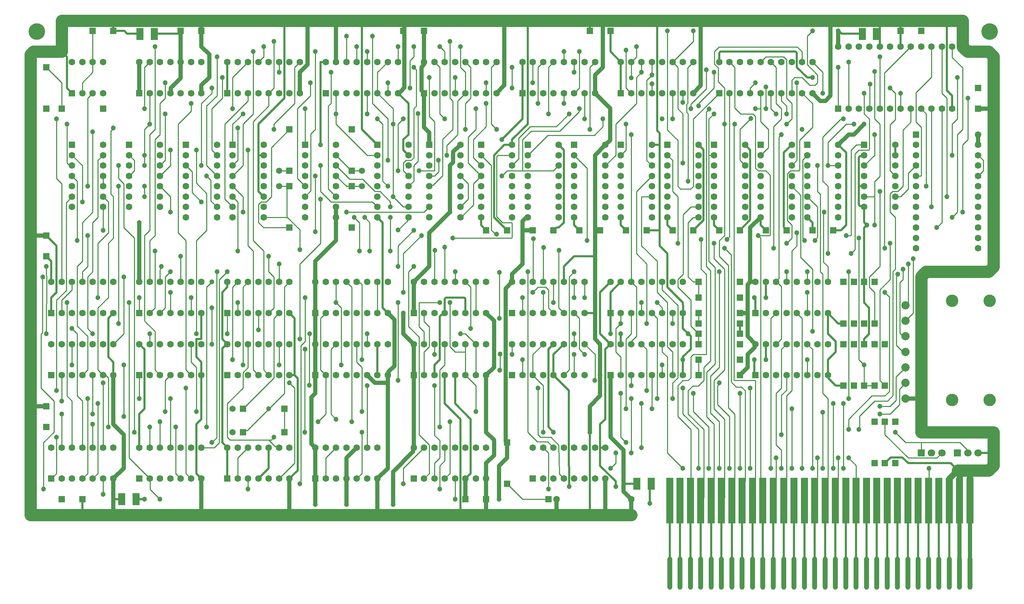
<source format=gbl>
G04*
G04 #@! TF.GenerationSoftware,Altium Limited,Altium Designer,23.6.0 (18)*
G04*
G04 Layer_Physical_Order=2*
G04 Layer_Color=16711680*
%FSLAX44Y44*%
%MOMM*%
G71*
G04*
G04 #@! TF.SameCoordinates,8006C624-1F22-46BB-959B-2378D66551BF*
G04*
G04*
G04 #@! TF.FilePolarity,Positive*
G04*
G01*
G75*
%ADD13C,0.2500*%
G04:AMPARAMS|DCode=27|XSize=1.2mm|YSize=8mm|CornerRadius=0.6mm|HoleSize=0mm|Usage=FLASHONLY|Rotation=0.000|XOffset=0mm|YOffset=0mm|HoleType=Round|Shape=RoundedRectangle|*
%AMROUNDEDRECTD27*
21,1,1.2000,6.8000,0,0,0.0*
21,1,0.0000,8.0000,0,0,0.0*
1,1,1.2000,0.0000,-3.4000*
1,1,1.2000,0.0000,-3.4000*
1,1,1.2000,0.0000,3.4000*
1,1,1.2000,0.0000,3.4000*
%
%ADD27ROUNDEDRECTD27*%
%ADD28R,1.7000X11.0000*%
%ADD29C,0.5000*%
%ADD30C,1.0000*%
%ADD31C,3.0000*%
%ADD32C,1.5000*%
%ADD33C,1.0000*%
%ADD34C,0.5001*%
%ADD36C,1.6000*%
%ADD37R,1.6000X1.6000*%
%ADD38C,3.0000*%
%ADD39C,4.0000*%
%ADD40R,1.6000X1.6000*%
%ADD41C,2.0000*%
%ADD42R,1.8000X1.8000*%
%ADD43C,1.8000*%
%ADD44C,1.5000*%
%ADD45C,1.2000*%
%ADD46C,1.2000*%
%ADD47R,1.7500X2.9000*%
D13*
X475000Y612500D02*
Y706250D01*
Y612500D02*
X487500Y600000D01*
X712500Y612500D02*
Y900000D01*
Y612500D02*
X725000Y600000D01*
X650000Y531250D02*
X687500Y568750D01*
Y606250D01*
X700000Y618750D01*
X687500Y625000D02*
Y812500D01*
X700000Y618750D02*
Y675000D01*
X1418750Y812500D02*
X1425000Y806250D01*
X1400000Y812500D02*
X1418750D01*
X1425000Y762500D02*
Y806250D01*
X1412500Y750000D02*
Y800000D01*
X1387500D02*
X1400000Y812500D01*
X1425000Y762500D02*
X1437500Y750000D01*
X1987500Y568750D02*
Y662500D01*
X1975000Y431250D02*
Y556250D01*
X1987500Y568750D01*
X2000000Y550000D02*
X2012500Y562500D01*
X2000000Y303999D02*
Y550000D01*
X2012500Y562500D02*
Y900000D01*
X2089467Y873033D02*
X2100000Y862500D01*
X2089467Y992467D02*
X2090750Y993750D01*
X2089467Y873033D02*
Y992467D01*
X2100000Y825000D02*
Y862500D01*
X2081250Y850000D02*
Y1037500D01*
X2087500Y556250D02*
Y843750D01*
X2081250Y850000D02*
X2087500Y843750D01*
Y556250D02*
X2100000Y543750D01*
X1862500Y934250D02*
Y1281250D01*
X1856250Y928000D02*
X1862500Y934250D01*
X1987500Y687500D02*
Y814464D01*
X1975000Y826964D02*
X1987500Y814464D01*
X1925000Y1100000D02*
Y1225000D01*
X1888965Y1231250D02*
X1918750D01*
X1925000Y1225000D01*
X1887500Y1193750D02*
X1913523Y1219773D01*
X1925000Y1100000D02*
X1931250Y1093750D01*
X1937500Y1131250D02*
X1956250Y1150000D01*
Y1193750D01*
X1937500Y1212500D02*
X1956250Y1193750D01*
X1937500Y1212500D02*
Y1243750D01*
X1931250Y1093750D02*
X1950000D01*
X1960750Y938964D02*
Y1083000D01*
X1950000Y1093750D02*
X1960750Y1083000D01*
X2043750Y925000D02*
Y926214D01*
X2038750Y931215D02*
X2043750Y926214D01*
X2038750Y931215D02*
Y1119990D01*
X2012500Y931250D02*
Y962500D01*
X2001750Y973250D02*
Y1085703D01*
Y973250D02*
X2012500Y962500D01*
X2000000Y918750D02*
X2012500Y931250D01*
X2025000Y912500D02*
Y943750D01*
X2012500Y900000D02*
X2025000Y912500D01*
X1768750Y1243750D02*
Y1254251D01*
X1806250Y1291751D01*
Y1337500D01*
X1762500Y1068750D02*
Y1231250D01*
X1758960Y1234790D02*
Y1254075D01*
Y1234790D02*
X1762500Y1231250D01*
X1850000Y937500D02*
Y1293750D01*
X1793750Y856250D02*
Y928000D01*
Y856250D02*
X1806250Y843750D01*
Y650000D02*
Y843750D01*
X1750000Y587500D02*
X1762500D01*
X1768750Y593750D02*
Y643750D01*
X1762500Y587500D02*
X1768750Y593750D01*
Y643750D02*
X1775000Y650000D01*
X1737500Y575000D02*
X1750000Y587500D01*
X1687500Y543750D02*
Y737500D01*
X1675000Y750000D02*
X1687500Y737500D01*
X1662500Y562500D02*
Y662500D01*
X1650000Y675000D02*
X1662500Y662500D01*
X1600000Y450000D02*
Y554785D01*
Y450000D02*
X1612500Y437500D01*
X736422Y981250D02*
X794889D01*
X793750D02*
Y1050000D01*
X800000Y1056250D01*
X794889Y981250D02*
X825000Y951139D01*
X999860Y1018750D02*
X1012435Y1006175D01*
X900000Y1018750D02*
X999860D01*
X937500Y993750D02*
X1125010D01*
X1137435Y1006175D01*
X2400000Y1367285D02*
Y1393750D01*
Y1367285D02*
X2425000Y1342285D01*
X2087500Y1281250D02*
Y1331250D01*
X2062500Y1356250D02*
X2087500Y1331250D01*
X2312500Y1282715D02*
X2350000Y1320215D01*
X2312500Y1211036D02*
Y1282715D01*
X2350000Y1320215D02*
Y1393750D01*
X1866088Y583912D02*
Y890162D01*
X1878325Y571675D02*
X1890825D01*
X1866088Y583912D02*
X1878325Y571675D01*
X1874353Y587500D02*
X1925000D01*
X1872888Y588965D02*
Y1200035D01*
Y588965D02*
X1874353Y587500D01*
X1873182Y1204432D02*
X1875000Y1206250D01*
X1872888Y1200035D02*
X1873182Y1200330D01*
X1925000Y337500D02*
Y587500D01*
X1873182Y1200330D02*
Y1204432D01*
X1850000Y906250D02*
X1866088Y890162D01*
X1900000Y343750D02*
Y562500D01*
X1890825Y571675D02*
X1900000Y562500D01*
X2343750Y297750D02*
Y375000D01*
X2343000Y297000D02*
X2343750Y297750D01*
X2237500Y456250D02*
X2293750Y400000D01*
X2237500Y456250D02*
Y487500D01*
X2287500Y437500D02*
X2325000D01*
X2262500Y462500D02*
X2287500Y437500D01*
X2293750Y400000D02*
X2362500D01*
X2375000Y412500D01*
X1090598Y1293659D02*
Y1359348D01*
X1100000Y1368750D01*
Y1343750D02*
X1106250Y1337500D01*
Y1250000D02*
Y1337500D01*
X1087435Y1081175D02*
Y1081315D01*
X1537000Y587500D02*
X1537500Y588000D01*
Y650000D01*
X1562500Y1106250D02*
X1587500Y1131250D01*
Y1206250D02*
X1637500Y1256250D01*
X1587500Y1131250D02*
Y1206250D01*
X1556250Y1200000D02*
Y1218750D01*
X1423332Y1179572D02*
X1535822D01*
X1556250Y1200000D01*
X1525000Y1193750D02*
Y1343750D01*
X1375010Y1131250D02*
X1423332Y1179572D01*
X1525000Y1343750D02*
X1537500Y1356250D01*
X1287500Y1206250D02*
X1300000Y1193750D01*
X1287500Y1343750D02*
X1300000Y1356250D01*
X1287500Y1206250D02*
Y1343750D01*
X213500Y773008D02*
Y840628D01*
X200000Y568750D02*
Y699363D01*
X212500Y841628D02*
Y862500D01*
X200000Y699363D02*
X203250Y702613D01*
X212500Y841628D02*
X213500Y840628D01*
X212500Y772008D02*
X213500Y773008D01*
X203250Y702613D02*
Y835797D01*
X204250Y836796D01*
X212500Y700000D02*
Y772008D01*
X206250Y437500D02*
X231250Y462500D01*
X206250Y325000D02*
Y437500D01*
X1306462Y848499D02*
X1306572Y848608D01*
X1306462Y737378D02*
Y848499D01*
X1308374Y650460D02*
X1308757Y650843D01*
X1308374Y612218D02*
Y650460D01*
X1307992Y611836D02*
X1308374Y612218D01*
X1337500Y650000D02*
Y675000D01*
X349901Y1006141D02*
X349935Y1006175D01*
X349901Y949713D02*
Y1006141D01*
X349801Y949613D02*
X349901Y949713D01*
X1159984Y1091234D02*
Y1118587D01*
X1150000Y1081250D02*
X1159984Y1091234D01*
X1159787Y1118784D02*
X1159984Y1118587D01*
X1180110Y1155110D02*
X1206250Y1181250D01*
X1180110Y1131365D02*
Y1155110D01*
X1146333Y1058833D02*
X1169603Y1082103D01*
Y1169603D02*
X1193750Y1193750D01*
X1169603Y1082103D02*
Y1169603D01*
X1150000Y1093750D02*
Y1212500D01*
X1137500Y1225000D02*
X1150000Y1212500D01*
X1112500Y1093750D02*
X1150000D01*
X837000Y462500D02*
X837250Y462750D01*
Y662250D02*
X837500Y662500D01*
X837250Y462750D02*
Y662250D01*
X325000Y993750D02*
Y1188000D01*
X368750Y1189212D02*
X375000Y1195462D01*
X368750Y1037500D02*
Y1189212D01*
X375000Y1195462D02*
Y1196750D01*
X675000Y1118740D02*
Y1196750D01*
X274935Y1081175D02*
X287500Y1068610D01*
Y925000D02*
Y1068610D01*
X275010Y1131250D02*
X300000Y1106260D01*
Y968750D02*
X325000Y993750D01*
X300000Y1018750D02*
Y1106260D01*
X312500Y1056250D02*
Y1268750D01*
X325000Y1281250D01*
X2200000Y1243750D02*
X2200889Y1244639D01*
Y1302244D01*
X2201779Y1303134D01*
X2212448Y1218801D02*
Y1333133D01*
Y1218801D02*
X2225000Y1206250D01*
X2125000Y1243750D02*
Y1343750D01*
X1100000Y1106250D02*
X1110586Y1116836D01*
X1110586Y1174984D02*
X1110586Y1174984D01*
Y1116836D02*
Y1174984D01*
X1110586Y1174984D02*
Y1231874D01*
X847902Y575992D02*
X848226Y576316D01*
Y699413D01*
X848550Y699737D01*
X463250Y324250D02*
Y349250D01*
Y324250D02*
X487500Y300000D01*
X412500Y400000D02*
X463250Y349250D01*
X1806250Y862500D02*
X1816522Y852228D01*
X1806250Y862500D02*
Y1236155D01*
X1812500Y875000D02*
Y1131250D01*
Y875000D02*
X1827201Y860299D01*
X1150000Y825000D02*
X1150452Y825452D01*
Y901116D01*
X1150903Y901568D01*
X1450000Y901245D02*
X1450472Y901717D01*
X1450000Y762500D02*
Y901245D01*
Y762500D02*
X1462500Y750000D01*
X1062500Y862500D02*
Y912500D01*
X1087500Y850000D02*
X1100000Y862500D01*
X2100000Y893750D02*
Y1056250D01*
X2250000Y831250D02*
Y918750D01*
X2257124Y850874D02*
X2262500Y856250D01*
X2268750Y841179D02*
Y843750D01*
X2265393Y837822D02*
X2268750Y841179D01*
X2243750Y537500D02*
X2257124Y550874D01*
Y850874D01*
X2262500Y856250D02*
Y981250D01*
X2250000Y993750D02*
X2262500Y981250D01*
X2225000Y806250D02*
X2250000Y831250D01*
X2236250Y907467D02*
X2237478Y906239D01*
X2236250Y907467D02*
Y1330000D01*
X1388303Y928947D02*
X1389107Y929750D01*
X1388303Y825803D02*
Y928947D01*
X1387500Y825000D02*
X1388303Y825803D01*
X1314382Y968750D02*
X1336035D01*
X1193750Y931250D02*
X1336035D01*
Y968750D02*
X1337500Y967286D01*
X1336035Y931250D02*
X1337500Y932714D01*
Y967286D01*
X1175000Y825000D02*
Y909500D01*
X1175000Y825000D02*
X1175000Y825000D01*
X968750Y900000D02*
Y968750D01*
X956541Y980959D02*
X968750Y968750D01*
X955959Y980959D02*
X956541D01*
X775000Y825000D02*
Y868750D01*
X750000Y850000D02*
Y887500D01*
X537500Y825000D02*
X537500Y825000D01*
X537500Y825000D02*
Y887500D01*
X675000Y900000D02*
Y1018750D01*
X675000Y900000D02*
X675000Y900000D01*
X475000Y762500D02*
Y900000D01*
X462500Y750000D02*
X475000Y762500D01*
X487500Y851526D02*
X487500Y853598D01*
X487500Y825000D02*
Y851526D01*
X487500Y853598D02*
X490500Y862500D01*
X1062500Y912500D02*
X1100000Y950000D01*
X1075000Y800000D02*
Y893750D01*
X1118750Y937500D01*
X1825000Y881250D02*
X1850000Y856250D01*
X1825000Y881250D02*
Y918750D01*
X1737500D02*
Y1031250D01*
X2034250Y884500D02*
X2062500Y856250D01*
X2012500Y1056250D02*
X2034250Y1034500D01*
Y884500D02*
Y1034500D01*
X2038750Y1119990D02*
X2049935Y1131175D01*
X1968750Y906541D02*
Y1200000D01*
Y906541D02*
X1969041Y906250D01*
X1084917Y972988D02*
Y978667D01*
X1087500Y981250D01*
X1062500Y950571D02*
X1084917Y972988D01*
X825000Y903250D02*
Y951139D01*
X1043750Y900000D02*
Y981250D01*
X1291870Y946159D02*
X1297529Y940500D01*
X1291341Y946159D02*
X1291870D01*
X1297529Y940500D02*
X1300000D01*
X1287500Y950000D02*
X1291341Y946159D01*
X1287500Y950000D02*
Y1106250D01*
X1303346Y1131250D02*
X1337360D01*
X1312500Y1081250D02*
X1325000Y1093750D01*
X1300000Y983132D02*
Y1127904D01*
Y983132D02*
X1314382Y968750D01*
X1262510Y1131240D02*
X1287500Y1106250D01*
X1300000Y1127904D02*
X1303346Y1131250D01*
X1937502Y343747D02*
Y931247D01*
Y343747D02*
X1950000Y331250D01*
X1931250Y937500D02*
X1937502Y931247D01*
X1931250Y937500D02*
X1959285D01*
X1960750Y938964D01*
X2175000Y637500D02*
Y931250D01*
X2068750Y925000D02*
Y926289D01*
X2075000Y932539D01*
Y1006240D01*
X2156250Y938964D02*
Y1143750D01*
X2143750Y937500D02*
X2154785D01*
X2156250Y938964D01*
X1912500Y375000D02*
Y568750D01*
X1518750Y925000D02*
Y1100010D01*
X2156250Y1143750D02*
X2168675Y1156175D01*
X2087500Y1068750D02*
X2100000Y1056250D01*
X2080518Y1038232D02*
X2081250Y1037500D01*
X2075000Y1043750D02*
X2080518Y1038232D01*
X2050000Y1031240D02*
X2075000Y1006240D01*
X2009797Y1093750D02*
X2029785D01*
X2001750Y1085703D02*
X2009797Y1093750D01*
X2029785D02*
X2031250Y1095214D01*
X2025000Y1118750D02*
Y1306250D01*
X2012500Y1106250D02*
X2025000Y1118750D01*
X2031250Y1167286D02*
X2062500Y1198536D01*
X2037500Y1281250D02*
X2062500Y1256250D01*
Y1198536D02*
Y1256250D01*
X2031250Y1095214D02*
Y1167286D01*
X1981250Y1175000D02*
X1987500Y1181250D01*
X1975000Y826964D02*
X1981250Y833214D01*
Y1175000D01*
X1875000Y1245214D02*
X1888965Y1231250D01*
X1887500Y1118815D02*
X1900033Y1106283D01*
X1887500Y1118815D02*
Y1193750D01*
X1859750Y521500D02*
Y865250D01*
X1837500Y887500D02*
X1859750Y865250D01*
Y521500D02*
X1875000Y506250D01*
X1837500Y887500D02*
Y925000D01*
X1850000Y937500D01*
X1599935Y1131175D02*
X1612500Y1143740D01*
X1806250Y1236155D02*
X1813172Y1243077D01*
X1725000Y1043750D02*
X1737500Y1031250D01*
X1650000Y912500D02*
X1687500Y875000D01*
X1651465Y1031250D02*
X1674860D01*
X1650000Y912500D02*
Y1029786D01*
X1651465Y1031250D01*
X1637500Y893750D02*
Y1043740D01*
Y893750D02*
X1662500Y868750D01*
X1637500Y1043740D02*
X1674935Y1081175D01*
X1712510Y1131250D02*
X1725000Y1118760D01*
X1413024Y825524D02*
Y907738D01*
X1413548Y908263D01*
X1412500Y825000D02*
X1413024Y825524D01*
X2062500Y706250D02*
Y856250D01*
X2156250Y893750D02*
X2165509Y903008D01*
X2200000Y812500D02*
Y837500D01*
X2225000Y862500D02*
Y1043750D01*
X2200000Y837500D02*
X2225000Y862500D01*
Y587500D02*
Y806250D01*
X2165509Y903008D02*
Y1134258D01*
X2187500Y575000D02*
X2212500D01*
X2150000Y543750D02*
Y850000D01*
X2150000Y850000D01*
X1625000Y825000D02*
Y1181250D01*
X1612500Y1143740D02*
Y1206250D01*
X1637500Y1256250D02*
Y1318750D01*
X350000Y606250D02*
X362500Y593750D01*
X662435Y1106175D02*
X675000Y1118740D01*
X262500Y550000D02*
Y775000D01*
X275000Y425000D02*
Y537500D01*
X262500Y550000D02*
X275000Y537500D01*
X287500Y550000D02*
Y700000D01*
Y550000D02*
X300000Y537500D01*
Y425000D02*
Y537500D01*
X225000Y350000D02*
X237500Y362500D01*
Y450000D01*
X312500Y362500D02*
Y543750D01*
X300000Y350000D02*
X312500Y362500D01*
X337500D02*
Y531250D01*
X325000Y350000D02*
X337500Y362500D01*
X697785Y466535D02*
X787500Y556250D01*
X691535Y466535D02*
X697785D01*
X687500Y462500D02*
X691535Y466535D01*
X1475000Y612500D02*
Y837500D01*
X1462500Y600000D02*
X1475000Y612500D01*
Y837500D02*
X1487500Y850000D01*
X1137500Y1056250D02*
X1140083Y1058833D01*
X1146333D01*
X837435Y1031185D02*
X851673Y1045423D01*
Y1182923D01*
X837435Y1031175D02*
Y1031185D01*
X1012500Y1281250D02*
Y1331250D01*
X1037500Y1356250D01*
X1337510Y1106250D02*
X1353391Y1122131D01*
Y1172141D02*
X1381250Y1200000D01*
X1353391Y1122131D02*
Y1172141D01*
X1325000Y1093750D02*
X1362500D01*
X1425000Y1231250D02*
Y1343750D01*
X1437500Y1356250D01*
X1400000Y1256250D02*
Y1343750D01*
X1412500Y1356250D01*
X1500000Y1293750D02*
Y1381250D01*
X1487500Y1281250D02*
X1500000Y1293750D01*
X2237500Y575000D02*
X2237500D01*
X2230750Y581750D02*
X2237500Y575000D01*
X2230750Y581750D02*
Y581750D01*
X2225000Y587500D02*
X2230750Y581750D01*
X2175000Y637500D02*
X2187500Y625000D01*
X2168675Y1156175D02*
X2187435D01*
X2187510Y1031250D02*
X2212500D01*
X2212500Y1031250D01*
Y1031250D02*
Y1067286D01*
Y962500D02*
Y1031250D01*
Y1067286D02*
X2225000Y1079786D01*
Y1206250D01*
X2212500Y1131240D02*
Y1181250D01*
X2187435Y1106175D02*
X2212500Y1131240D01*
X1875000Y1245214D02*
Y1343750D01*
X1862500Y1356250D02*
X1875000Y1343750D01*
X1836768Y1393018D02*
X2025732D01*
X2037500Y1356250D02*
Y1381250D01*
X2025732Y1393018D02*
X2037500Y1381250D01*
X1825710Y1381960D02*
X1836768Y1393018D01*
X1825710Y1351366D02*
Y1381960D01*
X1075000Y1006250D02*
X1087360D01*
X1050000Y1031250D02*
X1075000Y1006250D01*
X1100000Y1068750D02*
Y1106250D01*
X1087500Y1056250D02*
X1100000Y1068750D01*
X851673Y1182923D02*
X862500Y1193750D01*
X762500D02*
Y1206250D01*
X812500Y1256250D02*
Y1343750D01*
X762500Y1206250D02*
X812500Y1256250D01*
X662500Y1243750D02*
Y1318750D01*
X700000Y1356250D01*
X762500Y1293750D02*
Y1406250D01*
X750000Y1281250D02*
X762500Y1293750D01*
X912510Y1081250D02*
X937510Y1056250D01*
X975000D01*
X1025000Y1068750D02*
Y1206250D01*
X1012500Y1218750D02*
X1025000Y1206250D01*
X1062500D02*
X1075000Y1218750D01*
X1062500Y1093750D02*
Y1206250D01*
X1162500Y1231250D02*
X1175000Y1218750D01*
X1162500Y1231250D02*
Y1343750D01*
X1137500Y1081250D02*
X1150000D01*
X2087500Y1068750D02*
Y1175000D01*
X1987500Y662500D02*
X2000000Y675000D01*
X2062500Y375000D02*
Y662500D01*
X2050000Y675000D02*
X2062500Y662500D01*
X2037500Y375000D02*
Y737500D01*
X2025000Y750000D02*
X2037500Y737500D01*
X1962500Y375000D02*
Y737500D01*
X1975000Y750000D01*
Y675000D02*
X1987500Y687500D01*
X1075000Y337500D02*
Y375000D01*
X1125000Y425000D01*
X1150000Y350000D02*
Y387500D01*
X1162500Y400000D01*
Y442285D01*
Y381250D02*
X1175000Y393750D01*
X1162500Y325000D02*
Y381250D01*
X1175000Y393750D02*
Y425000D01*
X1125000Y350000D02*
X1137500Y362500D01*
Y431250D01*
X1450219Y431031D02*
X1451561Y361927D01*
X1452292Y360208D02*
X1462500Y350000D01*
X1451580Y360920D02*
X1452292Y360208D01*
X1451561Y361927D02*
X1451580Y360920D01*
X1425000Y325000D02*
Y412500D01*
X1412500Y425000D02*
X1425000Y412500D01*
X362500Y787500D02*
Y918750D01*
X375000Y931250D02*
Y1031250D01*
X362500Y918750D02*
X375000Y931250D01*
X337500Y787500D02*
Y918750D01*
X362500Y943750D02*
Y1018760D01*
X337500Y918750D02*
X362500Y943750D01*
X425000Y462500D02*
Y931250D01*
X400000Y956250D02*
Y1062500D01*
Y956250D02*
X425000Y931250D01*
X450000Y731250D02*
Y937500D01*
X462500Y950000D02*
Y1181250D01*
X450000Y937500D02*
X462500Y950000D01*
X475000Y937500D02*
Y1168750D01*
X462500Y825000D02*
Y925000D01*
X475000Y937500D01*
X662505Y1031245D02*
X675000Y1018750D01*
X600000Y1081250D02*
X610075Y1071175D01*
Y1021175D02*
X624935Y1006315D01*
X610075Y1021175D02*
Y1071175D01*
X549935Y1106175D02*
X565317Y1090792D01*
Y1040932D02*
X587500Y1018750D01*
X565317Y1040932D02*
Y1090792D01*
X575000Y1063964D02*
X600000Y1038964D01*
X575000Y1063964D02*
Y1143750D01*
X450000Y1343750D02*
X462500Y1356250D01*
X450000Y1243750D02*
Y1343750D01*
Y1193750D02*
X462500Y1206250D01*
X450000Y1106250D02*
Y1193750D01*
X500000Y1268750D02*
Y1306250D01*
X487500Y1256250D02*
X500000Y1268750D01*
X487500Y1181250D02*
Y1256250D01*
X700000Y912500D02*
X712500Y900000D01*
X737500Y612500D02*
Y900000D01*
X712500Y925000D02*
X737500Y900000D01*
X975000Y637500D02*
Y818750D01*
X962500Y825000D02*
X965083Y822417D01*
X971333D01*
X975000Y818750D01*
X937500Y825000D02*
X950000Y812500D01*
Y487500D02*
Y812500D01*
X300000Y600000D02*
X312500Y612500D01*
Y693750D01*
X337500Y612500D02*
Y762500D01*
Y612500D02*
X350000Y600000D01*
Y600000D02*
Y606250D01*
X587500Y425000D02*
X618750D01*
X630183Y436433D02*
Y830183D01*
X618750Y425000D02*
X630183Y436433D01*
X623985Y448985D02*
Y848985D01*
X612500Y437500D02*
X623985Y448985D01*
X987500Y425000D02*
Y575000D01*
X975000Y362500D02*
Y462500D01*
X962500Y350000D02*
X975000Y362500D01*
X887500Y400000D02*
X912500Y425000D01*
X887500Y350000D02*
Y400000D01*
X812500Y387500D02*
Y568750D01*
X800000Y581250D02*
X812500Y568750D01*
X656250Y443750D02*
X750000D01*
X650000Y450000D02*
Y531250D01*
Y450000D02*
X656250Y443750D01*
X750000D02*
X756250D01*
X772417Y427583D02*
X775000Y425000D01*
X766167Y427583D02*
X772417D01*
X750000Y443750D02*
X766167Y427583D01*
X762500Y593750D02*
Y737500D01*
X687500Y518750D02*
X762500Y593750D01*
Y737500D02*
X775000Y750000D01*
X787500Y556250D02*
Y812500D01*
X737500Y612500D02*
X750000Y600000D01*
X825000Y687500D02*
Y868750D01*
X875000Y918750D01*
X787500Y812500D02*
X800000Y825000D01*
X762500Y762500D02*
Y837500D01*
X750000Y750000D02*
X762500Y762500D01*
X687500Y812500D02*
X700000Y825000D01*
X662500Y637500D02*
Y812500D01*
X675000Y825000D01*
X600000Y475000D02*
Y812500D01*
X612500Y825000D01*
X630183Y830183D02*
X650000Y850000D01*
X623985Y848985D02*
X625000Y850000D01*
X575000Y512500D02*
Y618750D01*
X562500Y631250D02*
X575000Y618750D01*
X562500Y631250D02*
Y675000D01*
X550000Y612500D02*
Y925000D01*
Y612500D02*
X562500Y600000D01*
X487500Y750000D02*
X500000Y762500D01*
Y837500D01*
X512500Y850000D01*
X531250Y943750D02*
Y1206250D01*
Y943750D02*
X550000Y925000D01*
X575000Y700000D02*
Y925000D01*
X600000Y950000D02*
Y1038964D01*
X575000Y925000D02*
X600000Y950000D01*
X827568Y671318D02*
X837500Y681250D01*
X825000Y337500D02*
X826818Y339318D01*
Y342965D01*
X827568Y343714D01*
Y671318D01*
X500000Y587500D02*
X512500Y600000D01*
X500000Y512500D02*
Y587500D01*
X525000Y362500D02*
Y475000D01*
Y362500D02*
X537500Y350000D01*
X550000Y362500D02*
Y562500D01*
Y362500D02*
X562500Y350000D01*
X675000D02*
Y400000D01*
X700000Y425000D01*
X775000Y350000D02*
X812500Y387500D01*
X875000Y612500D02*
Y737500D01*
X887500Y750000D01*
X975000Y512500D02*
Y618750D01*
X900000Y506250D02*
X912500Y493750D01*
X900000Y506250D02*
Y662500D01*
X887500Y506250D02*
Y600000D01*
X868750Y487500D02*
X887500Y506250D01*
X875000Y612500D02*
X887500Y600000D01*
X900000Y662500D02*
X912500Y675000D01*
X925000Y625000D02*
Y762500D01*
X912500Y775000D02*
X925000Y762500D01*
X1087500Y717286D02*
Y850000D01*
Y717286D02*
X1112500Y692286D01*
Y456250D02*
Y692286D01*
Y717286D02*
Y775000D01*
Y717286D02*
X1125000Y704786D01*
X1112500Y775000D02*
X1162500D01*
X1125000Y675000D02*
Y704786D01*
X1125000Y729786D02*
Y750000D01*
Y729786D02*
X1137500Y717286D01*
Y668750D02*
Y717286D01*
X1200000Y656250D02*
X1225000D01*
X1187500Y668750D02*
Y775000D01*
Y668750D02*
X1200000Y656250D01*
X1250000Y512500D02*
Y575000D01*
X1225000Y600000D02*
X1250000Y575000D01*
X1225000Y600000D02*
Y656250D01*
X1212500Y700000D02*
X1225000D01*
X1250000Y675000D01*
X1150000Y454785D02*
X1162500Y442285D01*
X1150000Y454785D02*
Y575000D01*
X1431250Y450000D02*
X1450219Y431031D01*
X1400000Y456250D02*
X1406250Y450000D01*
X1431250D01*
X1387500Y650000D02*
X1412500Y675000D01*
X1387500Y600000D02*
Y650000D01*
X1387500Y600000D02*
X1412500Y575000D01*
Y462500D02*
Y575000D01*
X1398535Y438965D02*
X1423535D01*
X1375000Y462500D02*
Y850000D01*
Y462500D02*
X1398535Y438965D01*
X1423535D02*
X1437500Y425000D01*
X1400000Y456250D02*
Y562500D01*
X1362500Y300000D02*
X1425000D01*
X1325000Y337500D02*
Y337500D01*
Y337500D02*
X1331750Y330750D01*
X1331750D02*
X1362500Y300000D01*
X1331750Y330750D02*
X1331750D01*
X1500000Y662500D02*
Y737500D01*
X1487500Y750000D02*
X1500000Y737500D01*
X1512500Y675000D02*
X1537500Y650000D01*
X1500000Y662500D02*
X1512500Y650000D01*
X1587500Y387500D02*
Y412500D01*
X1581250Y381250D02*
X1581250D01*
X1587500Y387500D01*
X1575000Y375000D02*
X1581250Y381250D01*
X1975000Y1256250D02*
Y1343750D01*
X1962500Y1356250D02*
X1975000Y1343750D01*
X1937500Y1356250D02*
X1950000Y1368750D01*
X1993750D02*
X2000000Y1362500D01*
X1950000Y1368750D02*
X1993750D01*
X2000000Y1268750D02*
Y1362500D01*
Y1268750D02*
X2012500Y1256250D01*
X2050000Y1350000D02*
Y1418750D01*
X2062500Y1431250D01*
X2075000Y1306250D02*
Y1325000D01*
X2050000Y1350000D02*
X2075000Y1325000D01*
X2068750Y1300000D02*
X2075000Y1306250D01*
X2056250Y1300000D02*
X2068750D01*
X2037500Y1318750D02*
X2056250Y1300000D01*
X2018750Y1318750D02*
X2037500D01*
X2012500Y1312500D02*
X2018750Y1318750D01*
X2012500Y1281250D02*
Y1312500D01*
X2136231Y1217481D02*
X2137500Y1218750D01*
X2129981Y1217481D02*
X2136231D01*
X2087500Y1175000D02*
X2129981Y1217481D01*
X2175000Y1143750D02*
X2198535D01*
X2200000Y1145214D01*
Y1218750D01*
X2165509Y1134258D02*
X2175000Y1143750D01*
X2281250Y1056250D02*
Y1192286D01*
X2256250Y1043750D02*
X2268750D01*
X2281250Y1056250D01*
X2293755Y1050005D02*
Y1087495D01*
X2275000Y1031250D02*
X2293755Y1050005D01*
Y1087495D02*
X2312435Y1106175D01*
X2412500Y993750D02*
Y1181250D01*
X2400000Y981250D02*
X2412500Y993750D01*
X2462435Y1081175D02*
X2475000Y1093740D01*
Y1118750D01*
X2462500Y1131250D02*
X2475000Y1118750D01*
X2375000Y1281250D02*
Y1393750D01*
Y1281250D02*
X2387500Y1268750D01*
Y1031250D02*
Y1268750D01*
X2250000Y1093750D02*
X2262500Y1081250D01*
X2250000Y1093750D02*
Y1204786D01*
X2262500Y1217286D01*
X1912500Y1281250D02*
Y1293750D01*
X1925000Y1306250D01*
X1962500Y1243750D02*
Y1281250D01*
Y1243750D02*
X1975000Y1231250D01*
X2012500Y1218750D02*
Y1256250D01*
X2000000Y1206250D02*
X2012500Y1218750D01*
X2100000Y1106250D02*
Y1162500D01*
Y1106250D02*
X2100005Y1106245D01*
X2100000Y1162500D02*
X2143750Y1206250D01*
X2100005Y1106245D02*
X2124995D01*
X2143750Y1206250D02*
X2162500D01*
X2262500Y1217286D02*
Y1281250D01*
X2250000Y1293750D02*
X2262500Y1281250D01*
X2236250Y1330000D02*
X2300000Y1393750D01*
X2400000Y1206250D02*
X2412500Y1218750D01*
X2400000Y1131250D02*
Y1206250D01*
X2412500Y1181250D02*
X2425000Y1193750D01*
Y993750D02*
Y1156250D01*
X2437500Y1168750D01*
Y1268750D01*
X2300000Y1211035D02*
Y1243750D01*
X2281250Y1192286D02*
X2300000Y1211035D01*
X2312500Y1211036D02*
X2325000Y1198536D01*
X2312435Y1081175D02*
X2323535D01*
X2325000Y1082639D01*
Y1198536D01*
X2250000Y993750D02*
Y1037500D01*
X2256250Y1043750D01*
X2262500Y1031250D02*
X2275000D01*
X2200000Y812500D02*
X2212500Y800000D01*
Y725000D02*
Y800000D01*
X2265393Y672107D02*
Y837822D01*
Y672107D02*
X2277901Y659598D01*
X2325000Y437500D02*
X2418750D01*
X2434534Y415466D02*
X2437500Y412500D01*
X2434534Y415466D02*
Y421716D01*
X2418750Y437500D02*
X2434534Y421716D01*
X2167999Y297000D02*
Y382001D01*
X2150000Y400000D02*
X2167999Y382001D01*
X1975000Y431250D02*
X1987500Y418750D01*
X1833758Y528742D02*
X1862500Y500000D01*
X1837500Y578778D02*
Y581250D01*
X1833758Y528742D02*
Y575036D01*
X1837500Y578778D01*
X1807154Y499096D02*
X1825000Y481250D01*
X1807154Y499096D02*
Y607154D01*
X1827201Y627201D01*
X1875000Y343750D02*
Y506250D01*
X1862500Y375000D02*
Y500000D01*
X1850000Y303999D02*
Y493750D01*
X1825000Y518750D02*
X1850000Y493750D01*
X1825000Y518750D02*
Y587500D01*
Y304000D02*
Y481250D01*
X1816334Y508666D02*
X1837500Y487500D01*
Y375000D02*
Y487500D01*
X1816334Y508666D02*
Y597584D01*
X1768750Y350000D02*
Y468750D01*
X1737500Y500000D02*
Y575000D01*
Y500000D02*
X1768750Y468750D01*
X1787500Y375000D02*
Y468750D01*
X1750000Y506250D02*
X1787500Y468750D01*
X1750000Y506250D02*
Y568750D01*
X1762500Y506250D02*
X1800000Y468750D01*
X1762500Y506250D02*
Y562500D01*
X1800000Y303999D02*
Y468750D01*
X1812500Y375000D02*
Y475000D01*
X1775000Y512500D02*
Y556250D01*
Y512500D02*
X1812500Y475000D01*
X1762500Y562500D02*
X1774130Y574130D01*
X1786630D02*
X1800000Y587500D01*
X1774130Y574130D02*
X1786630D01*
X1816334Y597584D02*
X1837500Y618750D01*
X1800000D02*
X1816522Y635272D01*
Y852228D01*
X1827201Y627201D02*
Y860299D01*
X1887355Y375145D02*
X1887500Y375000D01*
X1887355Y375145D02*
Y555814D01*
X1887209Y555959D02*
X1887355Y555814D01*
X1712500Y412500D02*
Y643750D01*
Y412500D02*
X1750000Y375000D01*
X1793001Y297000D02*
X1800000Y303999D01*
X1843001Y297000D02*
X1850000Y303999D01*
X1818000Y297000D02*
X1825000Y304000D01*
X1800000Y587500D02*
Y618750D01*
X1850000Y612500D02*
Y856250D01*
X1825000Y587500D02*
X1850000Y612500D01*
X1837500Y618750D02*
Y850000D01*
X1700000Y656250D02*
Y675000D01*
Y656250D02*
X1712500Y643750D01*
Y668750D02*
X1725000Y656250D01*
X1712500Y668750D02*
Y775000D01*
X1725000Y600000D02*
Y656250D01*
X1587500D02*
Y712500D01*
Y656250D02*
X1600000Y643750D01*
X1587500Y712500D02*
X1600000Y725000D01*
X1687500Y800000D02*
X1712500Y775000D01*
X1662500Y725000D02*
Y868750D01*
X1637500Y693750D02*
Y812500D01*
X1625000Y825000D02*
X1637500Y812500D01*
X1662500Y1118610D02*
X1674860Y1106250D01*
X1662500Y1118610D02*
Y1312500D01*
X1383525Y1189775D02*
X1452275D01*
X1362500Y1168750D02*
X1383525Y1189775D01*
X1452275D02*
X1498731Y1236231D01*
X1362500Y1093750D02*
X1437500D01*
X1450000Y1106250D01*
X1487510Y1131250D02*
X1518750Y1100010D01*
X1381250Y1200000D02*
X1443750D01*
X1362500Y1093750D02*
Y1168750D01*
X1637500Y1318750D02*
X1650000Y1331250D01*
X1725000Y1043750D02*
Y1118760D01*
X1712500Y1192286D02*
Y1431250D01*
Y1192286D02*
X1737500Y1167286D01*
Y1056250D02*
Y1167286D01*
Y1243750D02*
Y1343750D01*
Y1243750D02*
X1750000Y1231250D01*
Y1112500D02*
Y1231250D01*
X1743750Y1050000D02*
X1768750D01*
X1775000Y1056250D01*
X1737500Y1056250D02*
X1743750Y1050000D01*
X1775000Y1056250D02*
Y1218750D01*
X1818750Y1262500D01*
X1830750Y1274500D02*
X1837500Y1281250D01*
X1787500Y1250000D02*
X1788769Y1251269D01*
X1830750Y1274500D02*
Y1274500D01*
X1818750Y1262500D02*
X1818750D01*
X1830750Y1274500D01*
X1788769Y1251269D02*
Y1257519D01*
X1837500Y1281250D02*
X1837500D01*
X1758960Y1254075D02*
X1761790Y1256905D01*
Y1343040D01*
X1775000Y1356250D01*
X1725000Y1356250D02*
X1775000Y1406250D01*
X1775000D01*
Y1431250D01*
X1725000Y1356250D02*
X1737500Y1343750D01*
X1662500Y1312500D02*
X1675000Y1325000D01*
X1612500Y1293750D02*
Y1384790D01*
Y1293750D02*
X1625000Y1281250D01*
X1512500Y1218750D02*
Y1281250D01*
X1498731Y1242481D02*
X1500000Y1243750D01*
X1498731Y1236231D02*
Y1242481D01*
X1443750Y1200000D02*
X1475000Y1231250D01*
X1243750Y1124860D02*
Y1168750D01*
X1275000Y1200000D02*
Y1256250D01*
X1243750Y1168750D02*
X1275000Y1200000D01*
X1231250Y1112360D02*
Y1175000D01*
Y1112360D02*
X1262430Y1081180D01*
X1262425Y1081175D02*
X1262435D01*
X1262430Y1081180D02*
X1262435Y1081175D01*
X1243750Y1124860D02*
X1262435Y1106175D01*
X1243750Y1011184D02*
Y1062500D01*
X1213817Y981250D02*
X1243750Y1011184D01*
X1231175Y1024925D02*
Y1062585D01*
X1212500Y1006250D02*
X1231175Y1024925D01*
X1212510Y1081250D02*
X1231175Y1062585D01*
X1250000Y1193750D02*
Y1243750D01*
X1231250Y1175000D02*
X1250000Y1193750D01*
X1187500Y1268750D02*
Y1406250D01*
X1137500Y1225000D02*
Y1318750D01*
X1075000Y1093750D02*
Y1112500D01*
X1081250Y1118750D02*
X1093750D01*
X1075000Y1112500D02*
X1081250Y1118750D01*
X1093750D02*
X1100000Y1125000D01*
Y1243750D01*
X1000000Y1256250D02*
X1037500Y1218750D01*
Y1118750D02*
Y1218750D01*
X1050000Y1206250D02*
Y1243750D01*
X1012500Y1281250D02*
X1050000Y1243750D01*
Y1031250D02*
Y1206250D01*
X1000000Y1256250D02*
Y1418750D01*
X875000Y1043750D02*
Y1106250D01*
Y1043750D02*
X900000Y1018750D01*
X1043750Y1006250D02*
Y1018750D01*
X1018750Y1043750D02*
X1043750Y1018750D01*
X1006250Y1043750D02*
X1018750D01*
X976169Y1073831D02*
X1006250Y1043750D01*
X944919Y1073831D02*
X976169D01*
X1025000Y1068750D02*
X1037500Y1056250D01*
X893750Y1049860D02*
Y1250000D01*
X900000Y1256250D01*
Y1331250D01*
X587500Y1256250D02*
X612500Y1281250D01*
Y1293750D01*
X587500Y1106250D02*
Y1256250D01*
X600000Y1106110D02*
Y1250000D01*
X625000Y1275000D02*
Y1368750D01*
X600000Y1250000D02*
X625000Y1275000D01*
X612565Y1143685D02*
Y1243815D01*
X637500Y1268750D02*
Y1318750D01*
X612565Y1243815D02*
X637500Y1268750D01*
X643750Y1025000D02*
Y1206250D01*
X700000Y1262500D01*
X643750Y1025000D02*
X662500Y1006250D01*
X687500Y993750D02*
Y1031260D01*
X662510Y1056250D02*
X687500Y1031260D01*
X818750Y1243750D02*
X850000Y1275000D01*
Y1306250D01*
X818750Y1074860D02*
Y1243750D01*
Y1074860D02*
X837435Y1056175D01*
X737500Y956250D02*
X802639D01*
X725000Y968750D02*
Y1012500D01*
Y968750D02*
X737500Y956250D01*
X731250Y1018750D02*
X743750D01*
X725000Y1012500D02*
X731250Y1018750D01*
X743750D02*
X756250Y1031250D01*
Y1150000D01*
X800000Y1193750D01*
X687500Y1106240D02*
Y1206250D01*
X662435Y1081175D02*
X687500Y1106240D01*
Y1206250D02*
X712500Y1231250D01*
X600000Y1106110D02*
X624935Y1081175D01*
X612565Y1143685D02*
X625000Y1131250D01*
X500000Y1118740D02*
Y1231250D01*
X487435Y1106175D02*
X500000Y1118740D01*
X512500Y1106240D02*
Y1143750D01*
X487435Y1081175D02*
X512500Y1106240D01*
X487500Y1056250D02*
X512500Y1031250D01*
Y993750D02*
Y1031250D01*
X562500Y1237500D02*
Y1256250D01*
X531250Y1206250D02*
X562500Y1237500D01*
X337500Y1118740D02*
X349935Y1131175D01*
X337500Y981250D02*
Y1118740D01*
X368750Y1037500D02*
X375000Y1031250D01*
X350010Y1031250D02*
X362500Y1018760D01*
X412435Y1081175D02*
X425000Y1093740D01*
X412510Y1131250D02*
X425000Y1118760D01*
Y1093740D02*
Y1118760D01*
X456250Y725000D02*
X456250D01*
X450000Y731250D02*
X456250Y725000D01*
X456250D02*
X475000Y706250D01*
X462500Y675000D02*
Y700000D01*
X400000D02*
Y837500D01*
X375000Y675000D02*
X400000Y700000D01*
X387500Y1075000D02*
X400000Y1062500D01*
X337500Y762500D02*
X362500Y787500D01*
X300000Y875000D02*
Y968750D01*
X325000Y850000D02*
Y968750D01*
X337500Y981250D01*
X250000Y1243750D02*
Y1306250D01*
X212500Y1343750D02*
X212500D01*
X219250Y1337000D01*
Y1337000D02*
Y1337000D01*
Y1337000D02*
X250000Y1306250D01*
X237500Y1075000D02*
Y1218750D01*
X250000Y825000D02*
Y1062500D01*
X237500Y1075000D02*
X250000Y1062500D01*
X237500Y781250D02*
X260750Y804500D01*
Y1017000D01*
X237500Y562500D02*
Y781250D01*
X275000Y806250D02*
Y825000D01*
X274925Y1031175D02*
X274935D01*
X260750Y1017000D02*
X274925Y1031175D01*
X250000Y781250D02*
X275000Y806250D01*
X250000Y750000D02*
Y781250D01*
X287500Y718750D02*
Y862500D01*
Y718750D02*
X312500Y693750D01*
Y712500D02*
Y837500D01*
Y712500D02*
X325000Y700000D01*
X200000Y568750D02*
X231250Y537500D01*
X412500Y400000D02*
Y775000D01*
X1812500Y1218750D02*
X1825000Y1231250D01*
X725000Y709500D02*
Y750000D01*
X937500Y1356250D02*
Y1418750D01*
X349935Y1056175D02*
Y1081175D01*
X1650000Y425000D02*
Y525000D01*
X1443750Y262500D02*
X1445000Y263750D01*
X2284151Y659598D02*
X2287500Y656250D01*
X2277901Y659598D02*
X2284151D01*
X2264250Y539250D02*
Y595500D01*
X2289242Y620492D01*
X2272510Y528760D02*
Y566260D01*
X2289863Y583613D01*
X2306250Y750000D02*
Y881250D01*
X2286362Y730112D02*
X2306250Y750000D01*
X2293750Y768750D02*
Y868750D01*
X2273341Y701659D02*
Y823341D01*
X2281250Y831250D02*
Y856250D01*
X2273341Y823341D02*
X2281250Y831250D01*
X2250000Y506250D02*
X2272510Y528760D01*
X2250000Y525000D02*
X2264250Y539250D01*
X2273341Y701659D02*
X2287500Y687500D01*
X2248250Y560750D02*
Y789250D01*
X2237500Y800000D02*
X2248250Y789250D01*
X949860Y1093750D02*
X975000D01*
X2225000Y525000D02*
X2250000D01*
X2150000Y468750D02*
Y493750D01*
X2206250Y550000D02*
X2237500D01*
X2150000Y493750D02*
X2206250Y550000D01*
X2237500D02*
X2248250Y560750D01*
X2176269Y501269D02*
X2212500Y537500D01*
X2243750D01*
X2225000Y506250D02*
X2250000D01*
X2176269Y470019D02*
Y501269D01*
X1612500Y518750D02*
Y687500D01*
X2087500Y375000D02*
Y510750D01*
X1675000Y518750D02*
Y600000D01*
X1625000Y412500D02*
Y537500D01*
X1812500Y1131250D02*
Y1218750D01*
X2425000Y1193750D02*
Y1342285D01*
X1062500Y587500D02*
Y775000D01*
X512500Y425000D02*
Y543750D01*
X262500Y1112425D02*
Y1206250D01*
Y1112425D02*
X266092Y1108833D01*
X272277D02*
X274935Y1106175D01*
X266092Y1108833D02*
X272277D01*
X300000Y1281250D02*
Y1306250D01*
X325000Y1331250D02*
Y1356250D01*
X300000Y1306250D02*
X325000Y1331250D01*
X712500Y925000D02*
Y1212500D01*
X750000Y1250000D02*
Y1281250D01*
X712500Y1212500D02*
X750000Y1250000D01*
X662435Y1206185D02*
X687500Y1231250D01*
X700000Y1262500D02*
Y1281250D01*
X2362500Y956250D02*
X2375000Y968750D01*
Y1243750D01*
X2175000Y468750D02*
X2176269Y470019D01*
X2137500Y375000D02*
Y531250D01*
X2100000Y337500D02*
Y543750D01*
X1987500Y456250D02*
Y551465D01*
X2000000Y563965D01*
Y600000D01*
X1993001Y297000D02*
X2000000Y303999D01*
X981250Y981250D02*
X993750Y968750D01*
Y900000D02*
Y968750D01*
X312500Y862500D02*
Y937500D01*
X875000Y918750D02*
Y1025000D01*
X837500Y681250D02*
Y787500D01*
X862500Y946750D02*
Y1081250D01*
X1200000Y825000D02*
Y850000D01*
X1762500Y837500D02*
Y968750D01*
X1774957Y981207D02*
X1787467D01*
X1762500Y968750D02*
X1774957Y981207D01*
X1750166Y987666D02*
X1768750Y1006250D01*
X1750166Y843916D02*
Y987666D01*
X1768750Y1006250D02*
X1787360D01*
X1787435Y1006175D01*
X1737500Y812500D02*
Y831250D01*
X1750166Y843916D01*
X2187505Y1031245D02*
X2187510Y1031250D01*
X893750Y1049860D02*
X912435Y1031175D01*
X1262510Y1131240D02*
Y1131250D01*
X912500Y1106250D02*
X944919Y1073831D01*
X775000Y1093750D02*
X800000D01*
X775000Y1056250D02*
X800000D01*
X1225000Y656250D02*
Y675000D01*
X1674860Y1031250D02*
X1674935Y1031175D01*
X1337360Y1131250D02*
X1337435Y1131175D01*
X662435Y1156175D02*
Y1206185D01*
X1243750Y1062500D02*
X1262425Y1081175D01*
X1225000Y1193750D02*
Y1256250D01*
X912500Y1206250D02*
Y1231250D01*
X1650000Y1331250D02*
Y1356250D01*
X1675000Y1325000D02*
Y1356250D01*
Y1281250D02*
Y1303540D01*
X1750000Y1258960D02*
Y1281250D01*
X1950000Y1243750D02*
Y1296460D01*
X1825000Y1293750D02*
Y1331250D01*
X1834790Y1308960D02*
Y1342287D01*
Y1308960D02*
X1850000Y1293750D01*
X1788769Y1257519D02*
X1825000Y1293750D01*
X1825710Y1351366D02*
X1834790Y1342287D01*
X1625000Y1318326D02*
Y1356250D01*
X1624888Y1318213D02*
X1625000Y1318326D01*
X1462500Y1256250D02*
Y1281250D01*
X2124995Y1106245D02*
X2125000Y1106240D01*
X1812533Y1131283D02*
X1825033D01*
X1812500Y1131250D02*
X1812533Y1131283D01*
X2050000Y825000D02*
Y850000D01*
X2000000Y825000D02*
Y850000D01*
X2350000Y1006250D02*
Y1243750D01*
X2337500Y1056250D02*
Y1231250D01*
X2412500Y1218750D02*
Y1318750D01*
X2325000Y1243750D02*
X2337500Y1231250D01*
X1768750Y718750D02*
Y781250D01*
X1737500Y812500D02*
X1768750Y781250D01*
X325000Y1356250D02*
Y1431250D01*
X231250Y462500D02*
Y537500D01*
X250000Y425000D02*
Y506250D01*
X325000D02*
Y600000D01*
X350000Y425000D02*
Y581250D01*
X362500Y475000D02*
Y593750D01*
X250000Y537500D02*
Y600000D01*
X350000Y312500D02*
Y350000D01*
X275000Y625000D02*
Y675000D01*
X400000Y500000D02*
Y625000D01*
X300000Y825000D02*
Y850000D01*
X312500Y862500D01*
Y837500D02*
X325000Y850000D01*
X287500Y862500D02*
X300000Y875000D01*
X462500Y1206250D02*
Y1281250D01*
X475000Y1168750D02*
X487500Y1181250D01*
X450000Y1031250D02*
Y1056250D01*
X387500Y1075000D02*
Y1106250D01*
X462500Y425000D02*
Y475000D01*
X487500Y425000D02*
Y487500D01*
X275000Y712500D02*
X287500Y700000D01*
X387500Y1056250D02*
X387500Y725000D01*
X475000Y1193750D02*
Y1393750D01*
X462500Y1181250D02*
X475000Y1193750D01*
X437500Y543750D02*
Y600000D01*
X512500Y750000D02*
Y800000D01*
X562500Y750000D02*
Y787500D01*
X437500Y750000D02*
Y787500D01*
X725000Y1356250D02*
X737500Y1368750D01*
Y1393750D01*
X712500Y1231250D02*
Y1381250D01*
X675000Y750000D02*
Y775000D01*
X700000Y912500D02*
Y1143750D01*
X612500Y675000D02*
Y762500D01*
X700000Y325000D02*
Y350000D01*
X756250Y443750D02*
X762500Y450000D01*
X650000Y700000D02*
Y750000D01*
X750000Y850000D02*
X762500Y837500D01*
X775000Y625000D02*
Y675000D01*
X812500Y1343750D02*
X825000Y1356250D01*
X837500Y1156240D02*
Y1243750D01*
X837435Y1156175D02*
X837500Y1156240D01*
X862500Y1193750D02*
Y1381250D01*
X912435Y1131175D02*
X949860Y1093750D01*
X987575Y1131175D02*
X1012435D01*
X912500Y1206250D02*
X987575Y1131175D01*
X912500Y1231250D02*
Y1281250D01*
X787500Y462500D02*
Y525000D01*
X912500Y775000D02*
Y825000D01*
X962500Y631250D02*
X975000Y618750D01*
X962500Y631250D02*
Y675000D01*
X1012500Y750000D02*
Y825000D01*
X987500Y675000D02*
Y700000D01*
X1112500Y456250D02*
X1137500Y431250D01*
X962500Y1356250D02*
Y1393750D01*
X987500Y1356250D02*
Y1381250D01*
Y1231250D02*
Y1281250D01*
X1087360Y1006250D02*
X1087435Y1006175D01*
X1062500Y1356250D02*
Y1393750D01*
X1175000Y1356250D02*
Y1381250D01*
X1162500Y1393750D02*
X1175000Y1381250D01*
X1100000Y1368750D02*
Y1393750D01*
X1075000Y1093750D02*
X1087435Y1081315D01*
X1100000Y1243750D02*
X1106250Y1250000D01*
X1150000Y1356250D02*
X1162500Y1343750D01*
X1193750Y1193750D02*
Y1262500D01*
X1187500Y1268750D02*
X1193750Y1262500D01*
X1200000Y1281250D02*
Y1318750D01*
X1212500Y1343750D02*
Y1393750D01*
Y1343750D02*
X1225000Y1331250D01*
Y1281250D02*
Y1331250D01*
X1206250Y1262500D02*
X1225000Y1281250D01*
X1206250Y1181250D02*
Y1262500D01*
X1225000Y1256250D02*
X1237500Y1268750D01*
Y1343750D01*
X1225000Y1356250D02*
X1237500Y1343750D01*
X1275000Y1281250D02*
Y1306250D01*
X1337500Y1293750D02*
Y1343750D01*
X1387500Y1306250D02*
Y1356250D01*
X1462500D02*
Y1381250D01*
X1487500Y1331250D02*
Y1356250D01*
X1625000D02*
X1637500Y1368750D01*
Y1393750D01*
X1487500Y675000D02*
Y700000D01*
X1250000Y750000D02*
Y825000D01*
X1237500Y712500D02*
Y812500D01*
X1225000Y825000D02*
X1237500Y812500D01*
X1250000Y600000D02*
Y675000D01*
X1125000Y600000D02*
Y656250D01*
X1137500Y668750D01*
X1162500Y475000D02*
Y612500D01*
X1175000Y625000D01*
Y675000D01*
Y350000D02*
X1187500Y362500D01*
Y487500D01*
X1600000Y600000D02*
Y643750D01*
Y725000D02*
Y750000D01*
X1612500Y687500D02*
X1625000Y700000D01*
Y750000D01*
X1362500Y600000D02*
Y637500D01*
X1487500Y600000D02*
Y650000D01*
X1437500Y775000D02*
Y825000D01*
X1362500Y750000D02*
Y787500D01*
X1487500D02*
Y825000D01*
X1512500Y787500D02*
Y825000D01*
X1625000Y575000D02*
Y600000D01*
X1700000D02*
Y625000D01*
X1625000Y675000D02*
Y681250D01*
X1637500Y693750D01*
X1700000Y750000D02*
Y762500D01*
X1687500Y775000D02*
X1700000Y762500D01*
X1725000Y725000D02*
Y750000D01*
X2050000D02*
Y800000D01*
X1787500Y787500D02*
Y825000D01*
X2187500Y575000D02*
Y625000D01*
X2012500Y375000D02*
Y518750D01*
X2112500Y375000D02*
Y525000D01*
X2075000Y337500D02*
Y400000D01*
X2125000Y337500D02*
Y400000D01*
X2075000Y1043750D02*
Y1106250D01*
X2187500Y1231250D02*
X2200000Y1218750D01*
X2187500Y1231250D02*
Y1281250D01*
X2225000Y1243750D02*
Y1368750D01*
X2275000Y1243750D02*
Y1281250D01*
X2150000Y1243750D02*
Y1356250D01*
X1937500Y1243750D02*
Y1281250D01*
X1925000Y1243750D02*
X1937500D01*
X1650000Y750000D02*
Y775000D01*
X1725000Y543750D02*
Y581250D01*
X1737500Y593750D01*
Y768750D01*
X1700000Y806250D02*
X1737500Y768750D01*
X1700000Y806250D02*
Y825000D01*
X1687500Y800000D02*
Y875000D01*
X1725000Y1218750D02*
Y1281250D01*
X1787500Y600000D02*
Y631250D01*
Y675000D02*
Y700000D01*
X1768750Y718750D02*
X1787500Y700000D01*
X1775000Y825000D02*
X1787500D01*
X1762500Y837500D02*
X1775000Y825000D01*
Y650000D02*
X1806250D01*
X1768750Y350000D02*
X1775000Y343750D01*
X1975000Y337500D02*
Y400000D01*
X1968750Y1200000D02*
X1987500Y1218750D01*
Y1243750D01*
X1975000Y1256250D02*
X1987500Y1243750D01*
X2050000Y600000D02*
Y637500D01*
X1787500Y725000D02*
Y750000D01*
X1987500Y375000D02*
Y418750D01*
X2325000Y412500D02*
Y437500D01*
X2000000Y1231250D02*
Y1250000D01*
X1987500Y1262500D02*
X2000000Y1250000D01*
X1987500Y1262500D02*
Y1281250D01*
X1037500D02*
Y1306250D01*
X775000Y1331250D02*
Y1356250D01*
X325000Y425000D02*
Y481250D01*
X1200000Y300000D02*
Y350000D01*
X1150000Y650000D02*
Y675000D01*
D27*
X2393000Y122000D02*
D03*
X2418001D02*
D03*
X2367999D02*
D03*
X2293000D02*
D03*
X2317999D02*
D03*
X2343000D02*
D03*
X2443000D02*
D03*
X2243000D02*
D03*
X2117999D02*
D03*
X1993001D02*
D03*
X2018000D02*
D03*
X2043001D02*
D03*
X2068000D02*
D03*
X2093001D02*
D03*
X2143001D02*
D03*
X2167999D02*
D03*
X2193000D02*
D03*
X2217999D02*
D03*
X2267999D02*
D03*
X1943001D02*
D03*
X1718000D02*
D03*
X1742999D02*
D03*
X1768000D02*
D03*
X1793001D02*
D03*
X1818000D02*
D03*
X1843001D02*
D03*
X1868000D02*
D03*
X1893001D02*
D03*
X1918000D02*
D03*
X1968000D02*
D03*
D28*
X2443000Y297000D02*
D03*
X2418001D02*
D03*
X2393000D02*
D03*
X2367999D02*
D03*
X2343000D02*
D03*
X2317999D02*
D03*
X2293000D02*
D03*
X2267999D02*
D03*
X2243000D02*
D03*
X2217999D02*
D03*
X2193000D02*
D03*
X2167999D02*
D03*
X2143001D02*
D03*
X2117999D02*
D03*
X2093001D02*
D03*
X2068000D02*
D03*
X2043001D02*
D03*
X2018000D02*
D03*
X1993001D02*
D03*
X1968000D02*
D03*
X1943001D02*
D03*
X1918000D02*
D03*
X1893001D02*
D03*
X1868000D02*
D03*
X1843001D02*
D03*
X1818000D02*
D03*
X1793001D02*
D03*
X1768000D02*
D03*
X1742999D02*
D03*
X1718000D02*
D03*
D29*
X450000Y518750D02*
Y662500D01*
X437500Y675000D02*
X450000Y662500D01*
X437500Y506250D02*
X450000Y518750D01*
X437500Y425000D02*
Y506250D01*
X2100000Y750000D02*
X2125000Y725000D01*
X2100000Y700000D02*
Y750000D01*
Y700000D02*
X2118750Y681250D01*
X1925000Y750000D02*
Y782606D01*
X1922000Y785606D02*
Y787500D01*
Y785606D02*
X1925000Y782606D01*
X1600000Y1281250D02*
Y1356250D01*
X2237500Y387500D02*
X2251512Y401511D01*
X2279738D02*
X2293750Y387500D01*
X2251512Y401511D02*
X2279738D01*
X2293750Y387500D02*
X2396250D01*
X2413750Y370000D01*
X2225000Y1393750D02*
Y1431250D01*
X2185255Y1008355D02*
X2187430Y1006180D01*
X1674935Y1156175D02*
X1693675D01*
X2187500Y775000D02*
Y956071D01*
X1750000Y712500D02*
X1768750Y693750D01*
X1575000Y700000D02*
Y800000D01*
X1337435Y1156250D02*
Y1168685D01*
X1075000Y1143610D02*
X1087435Y1131175D01*
X1012360Y1156250D02*
Y1156390D01*
X725000Y1043610D02*
X737435Y1031175D01*
X587500Y493750D02*
Y631250D01*
X819988Y369988D02*
Y592512D01*
X1562500Y493750D02*
Y662500D01*
X1575000Y675000D01*
X1550000Y700000D02*
X1575000Y675000D01*
Y1381250D02*
Y1431250D01*
Y1381250D02*
X1600000Y1356250D01*
X175000Y525000D02*
X181250D01*
X1550000Y481250D02*
X1562500Y493750D01*
X1922000Y605500D02*
Y637500D01*
X1950000D02*
Y675000D01*
X2262435Y1131175D02*
Y1156175D01*
X1362500Y1218750D02*
Y1356250D01*
X2193750Y962500D02*
Y962679D01*
Y962321D02*
Y962500D01*
X1670000Y290000D02*
Y334000D01*
X1673500Y337500D01*
X1606250D02*
X1639000D01*
X429750Y300000D02*
X450000D01*
X375000D02*
X395250D01*
X473500Y1425000D02*
X531250D01*
X537500Y1431250D01*
X407750Y1425000D02*
X439000D01*
X401500Y1431250D02*
X407750Y1425000D01*
X375000Y1431250D02*
X401500D01*
X2275000D02*
Y1456250D01*
X2275000Y1393750D02*
Y1431250D01*
X2223500D02*
X2225000D01*
Y1456250D01*
X2217250Y1425000D02*
X2223500Y1431250D01*
X2133144Y1425000D02*
X2182750D01*
X2126894Y1431250D02*
X2133144Y1425000D01*
X2125000Y1431250D02*
X2126894D01*
X2187500Y968929D02*
Y1006250D01*
Y968929D02*
X2193750Y962679D01*
X1994500Y955500D02*
Y957679D01*
Y955500D02*
X2000000Y950000D01*
X1993750Y958429D02*
X1994500Y957679D01*
X1993750Y958429D02*
Y1137500D01*
X1437500Y950000D02*
X1443000Y955500D01*
X1445179D01*
X1445929Y956250D01*
X1450000D01*
X1462500Y968750D01*
X1372023Y981250D02*
X1375000D01*
X1293750Y1131250D02*
X1318750Y1156250D01*
X1293750Y981250D02*
X1325000Y950000D01*
X1293750Y981250D02*
Y1131250D01*
X2112500Y950000D02*
X2131250D01*
X2143750Y962500D01*
Y1137490D01*
X2125000Y1156240D02*
X2143750Y1137490D01*
X2050000Y981240D02*
X2062500Y968740D01*
Y950000D02*
Y968740D01*
X1993750Y1137500D02*
X2012500Y1156250D01*
X1937500Y962500D02*
Y981250D01*
Y962500D02*
X1950000Y950000D01*
X1912500Y975000D02*
Y1143815D01*
X1887500Y950000D02*
X1912500Y975000D01*
X1900033Y1156283D02*
X1912500Y1143815D01*
X1825033Y962467D02*
Y981283D01*
Y962467D02*
X1837500Y950000D01*
X1775000D02*
X1799467Y974467D01*
Y1144207D01*
X1787467Y1156207D02*
X1799467Y1144207D01*
X1712467Y962533D02*
Y981207D01*
Y962533D02*
X1725000Y950000D01*
X1693750D02*
Y1156175D01*
Y912500D02*
Y950000D01*
X1662500D02*
X1693750D01*
X1600033Y962467D02*
Y981283D01*
Y962467D02*
X1612500Y950000D01*
X1537500D02*
X1550000D01*
X1487500Y962500D02*
Y981250D01*
Y962500D02*
X1500000Y950000D01*
X1450000Y1156250D02*
X1462500Y1143750D01*
X1450000Y1156250D02*
X1450000D01*
X1462500Y968750D02*
Y1143750D01*
X1337435Y1156250D02*
X1337500D01*
X1318750D02*
X1337435D01*
X1262500Y962500D02*
Y981250D01*
Y962500D02*
X1275000Y950000D01*
X1062500Y1281250D02*
X1087500Y1256250D01*
X1075000Y1143610D02*
Y1168750D01*
X2187500Y675000D02*
X2187571Y675071D01*
X2199500Y699500D02*
Y763000D01*
X2187571Y675071D02*
Y687571D01*
X2199500Y699500D01*
X2025000Y1343750D02*
Y1378321D01*
X1837500Y1356250D02*
Y1378321D01*
X1840429Y1381250D01*
X2022071D01*
X2025000Y1378321D01*
X993680Y1174930D02*
Y1175063D01*
X975000Y1193743D02*
Y1456250D01*
X993680Y1174930D02*
X1006860Y1161750D01*
X1007000D01*
X975000Y1193743D02*
X993680Y1175063D01*
X1007000Y1161750D02*
X1012360Y1156390D01*
X1312500Y1168750D02*
X1362500Y1218750D01*
X1337435Y1168685D02*
X1375000Y1206250D01*
X1922895Y672895D02*
X1925000Y675000D01*
X812500Y600000D02*
X819988Y592512D01*
X812500Y600000D02*
Y737500D01*
X800000Y750000D02*
X812500Y737500D01*
X575000Y643750D02*
Y687500D01*
Y643750D02*
X587500Y631250D01*
X800000Y350000D02*
X819988Y369988D01*
X575000Y362500D02*
X587500Y350000D01*
X575000Y362500D02*
Y481250D01*
X637500Y437500D02*
X650000Y425000D01*
X637500Y664679D02*
X647821Y675000D01*
X637500Y437500D02*
Y664679D01*
X647821Y675000D02*
X650000D01*
X750000Y375000D02*
Y425000D01*
X725000Y350000D02*
X750000Y375000D01*
X1025000Y762500D02*
X1037500Y750000D01*
X1025000Y762500D02*
Y968750D01*
X1037500Y600000D02*
X1039605Y602105D01*
X1225000Y750000D02*
Y784571D01*
X1175000Y750000D02*
Y784571D01*
X1177929Y787500D01*
X1222071D01*
X1225000Y784571D01*
X1172023Y750000D02*
X1175000D01*
X1166745Y744722D02*
X1172023Y750000D01*
X1165429Y744722D02*
X1166745D01*
X1162500Y741793D02*
X1165429Y744722D01*
X1162500Y637500D02*
Y741793D01*
X1212500Y262500D02*
Y493750D01*
X1175000Y531250D02*
Y600000D01*
Y531250D02*
X1212500Y493750D01*
X1200000Y531250D02*
X1237500Y493750D01*
X1200000Y531250D02*
Y600000D01*
X1237500Y362500D02*
Y493750D01*
X1225000Y350000D02*
X1237500Y362500D01*
X1437500Y600000D02*
Y650000D01*
X1462500Y675000D01*
X1425000Y475000D02*
Y662500D01*
X1437500Y675000D01*
X1550000Y425000D02*
Y481250D01*
X1587500Y331250D02*
Y343750D01*
X1550000Y381250D02*
X1587500Y343750D01*
X1550000Y381250D02*
Y425000D01*
X2118750Y575000D02*
X2137500D01*
X2100000Y600000D02*
X2102105Y597895D01*
Y591645D02*
Y597895D01*
Y591645D02*
X2118750Y575000D01*
X2100000Y600000D02*
Y637500D01*
X2118750Y656250D02*
Y681250D01*
X2100000Y637500D02*
X2118750Y656250D01*
X2187500Y775000D02*
X2199500Y763000D01*
X2050000Y1318750D02*
X2062500D01*
X2025000Y1343750D02*
X2050000Y1318750D01*
X2175000Y1011528D02*
Y1056175D01*
X2178173Y1008355D02*
X2185255D01*
X2175000Y1011528D02*
X2178173Y1008355D01*
X2175000Y1056175D02*
X2187435D01*
X2185405Y1129145D02*
X2187435Y1131175D01*
X2178173Y1129145D02*
X2185405D01*
X2175000Y1125972D02*
X2178173Y1129145D01*
X2175000Y1056175D02*
Y1125972D01*
X2393750Y1281250D02*
X2393750D01*
X2400000Y1275000D01*
Y1243750D02*
Y1275000D01*
X2387500Y1287500D02*
X2393750Y1281250D01*
X2387500Y1287500D02*
Y1456250D01*
X2187500Y956071D02*
X2193750Y962321D01*
X1712500Y812500D02*
X1750000Y775000D01*
Y769095D02*
Y775000D01*
Y769095D02*
X1750172Y768922D01*
Y750172D02*
Y768922D01*
X1750000Y750000D02*
X1750172Y750172D01*
X1575000Y800000D02*
X1600000Y825000D01*
X1550000Y700000D02*
Y800000D01*
X1575000Y825000D01*
X1712500Y812500D02*
Y893750D01*
X1693750Y912500D02*
X1712500Y893750D01*
X1687500Y1190429D02*
X1690429Y1187500D01*
X1690821D01*
X1687500Y1190429D02*
Y1456250D01*
X1690821Y1187500D02*
X1693750Y1184571D01*
Y1156250D02*
Y1184571D01*
X725000Y1043610D02*
Y1131250D01*
X262500Y1293750D02*
Y1368750D01*
Y1293750D02*
X275000Y1281250D01*
X237500Y800000D02*
Y912500D01*
X212500Y937500D02*
X218000Y932000D01*
Y932000D02*
Y932000D01*
Y932000D02*
X237500Y912500D01*
X225000Y787500D02*
X237500Y800000D01*
X225000Y750000D02*
Y787500D01*
X375000Y600000D02*
Y631250D01*
X362500Y643750D02*
X375000Y631250D01*
X362500Y643750D02*
Y737500D01*
X1425000Y475000D02*
X1437500Y462500D01*
Y600000D02*
X1474500Y563000D01*
Y429971D02*
Y563000D01*
Y429971D02*
X1475000Y331250D01*
X1150000Y600000D02*
Y625000D01*
X1162500Y637500D01*
X725000Y1206250D02*
X787500Y1268750D01*
Y1456250D01*
X725000Y1131250D02*
Y1206250D01*
X1525000Y262500D02*
Y462500D01*
X1012500Y981250D02*
X1025000Y968750D01*
X1550000Y425000D02*
X1562500D01*
X2125000Y725000D02*
X2137500D01*
X1600000Y675000D02*
X1600000Y675000D01*
X1600000Y675000D02*
Y700000D01*
X225000Y825000D02*
Y875000D01*
X212500Y887500D02*
X225000Y875000D01*
X800000Y600000D02*
X812500D01*
X812500Y600000D01*
X1750000Y712500D02*
Y750000D01*
X737500Y1131250D02*
X737500Y1131250D01*
X725000Y1131250D02*
X737500D01*
X1693675Y1156175D02*
X1693750Y1156250D01*
X1674935Y1156175D02*
X1675010Y1156250D01*
X1125000Y1350000D02*
Y1356250D01*
X300000Y262500D02*
Y300000D01*
X362500Y737500D02*
X375000Y750000D01*
Y1431250D02*
Y1456250D01*
X250000Y1381250D02*
X262500Y1368750D01*
X650000Y1281250D02*
Y1356250D01*
X587500Y687500D02*
Y750000D01*
X575000Y687500D02*
X587500D01*
X575000Y481250D02*
X587500Y493750D01*
X650000Y350000D02*
Y425000D01*
X637500Y687500D02*
X650000Y675000D01*
X637500Y687500D02*
Y800000D01*
X650000Y812500D01*
Y825000D01*
X875000Y1156250D02*
Y1356250D01*
X887500D01*
X1012500Y600000D02*
Y675000D01*
X1075000Y1168750D02*
X1087500Y1181250D01*
Y1256250D01*
X1118750Y1287500D02*
X1125000Y1281250D01*
X1375000Y1206250D02*
Y1456250D01*
X1525000Y1431250D02*
Y1456250D01*
X1462500Y825000D02*
Y862500D01*
X1487500Y887500D01*
X1537500D01*
X1512500Y750000D02*
X1537500D01*
X1950000Y787500D02*
Y825000D01*
X1768750Y662500D02*
Y693750D01*
X1750000Y643750D02*
X1768750Y662500D01*
X1750000Y637500D02*
Y643750D01*
Y600000D02*
Y637500D01*
X1887500Y700000D02*
Y725000D01*
X2462500Y412500D02*
X2500000D01*
D30*
X1275000Y262500D02*
Y350000D01*
X587500Y1393750D02*
Y1456250D01*
X1537500Y950000D02*
Y1131250D01*
Y887500D02*
Y950000D01*
X1550000Y600000D02*
Y675000D01*
Y550000D02*
Y600000D01*
X1306250Y300000D02*
Y381250D01*
X1325000Y400000D02*
Y437500D01*
X1306250Y381250D02*
X1325000Y400000D01*
X1275000Y350000D02*
Y387500D01*
X1293750Y406250D02*
Y443750D01*
X1275000Y387500D02*
X1293750Y406250D01*
X1037500Y750000D02*
X1053713Y733786D01*
X1039605Y608355D02*
X1053713Y622463D01*
Y733786D01*
X1067124Y1284250D02*
X1067698D01*
X1077580Y1294133D01*
Y1433830D02*
Y1456250D01*
X1064124Y1281250D02*
X1067124Y1284250D01*
X1077580Y1294133D02*
Y1428669D01*
X1075000Y1431250D02*
X1077580Y1433830D01*
X1062500Y1281250D02*
X1064124D01*
X1075000Y1431250D02*
X1077580Y1428669D01*
X1525000Y525000D02*
X1550000Y550000D01*
X1537500Y687500D02*
X1550000Y675000D01*
X1537500Y1131250D02*
X1562500Y1156250D01*
X1562500Y1156250D02*
X1573983Y1167733D01*
Y1244767D01*
X1537500Y1281250D02*
X1573983Y1244767D01*
X1775000Y1281250D02*
X1792958Y1299207D01*
Y1456250D01*
X2062500Y1281250D02*
X2081250Y1262500D01*
X2093750D02*
X2106250Y1275000D01*
X2081250Y1262500D02*
X2093750D01*
X1556250Y1343750D02*
Y1456250D01*
X1537500Y1281250D02*
Y1325000D01*
X1556250Y1343750D01*
X1300000Y1281250D02*
X1318750Y1300000D01*
Y1456250D01*
X175000Y937500D02*
X212500D01*
X181250Y525000D02*
X212500D01*
X1525000Y462500D02*
Y525000D01*
X1322000Y440500D02*
X1325000Y437500D01*
X1321868Y446358D02*
X1322000Y446226D01*
X1321868Y446358D02*
Y809368D01*
X1337500Y825000D01*
X1322000Y440500D02*
Y446226D01*
X1337500Y825000D02*
Y843750D01*
X1362500Y868750D02*
Y950000D01*
X1337500Y843750D02*
X1362500Y868750D01*
X1275000Y462500D02*
X1293750Y443750D01*
X1187500Y1106250D02*
X1195318Y1114067D01*
Y1139057D02*
X1212435Y1156175D01*
X1195318Y1114067D02*
Y1139057D01*
X1075000Y700000D02*
X1100000Y675000D01*
X1075000Y700000D02*
Y750000D01*
X1050000Y287500D02*
Y366617D01*
X1098852Y415468D01*
Y423852D01*
X1100000Y425000D01*
Y675000D01*
X853132Y434368D02*
X862500Y425000D01*
X853132Y546882D02*
X862500Y556250D01*
X853132Y434368D02*
Y546882D01*
X862500Y350000D02*
Y425000D01*
X2462435Y1156175D02*
Y1181175D01*
X912435Y924935D02*
Y1006250D01*
X537500Y1317500D02*
Y1356250D01*
X513138Y1293138D02*
X537500Y1317500D01*
X512500Y1281250D02*
X513138Y1281888D01*
Y1293138D01*
X1606250Y337500D02*
Y418750D01*
Y318750D02*
Y337500D01*
X375000Y300000D02*
Y350000D01*
Y262500D02*
Y300000D01*
X1362500Y971727D02*
X1372023Y981250D01*
X1362500Y950000D02*
Y971727D01*
Y950000D02*
X1387500D01*
X1912500Y825000D02*
Y956250D01*
X1937500Y981250D01*
X2125000Y1156240D02*
X2150010Y1181250D01*
X2287500Y543750D02*
X2325000D01*
X437500Y825000D02*
Y968750D01*
X1137500Y862500D02*
Y943750D01*
X1187500Y993750D01*
X1906250Y750000D02*
Y818750D01*
X1912500Y825000D01*
X1906250Y693750D02*
Y750000D01*
Y693750D02*
X1925000Y675000D01*
X1906250Y618750D02*
Y650000D01*
X1922895Y666645D01*
Y672895D01*
X1887500Y600000D02*
X1906250Y618750D01*
X1012500Y350000D02*
X1037500Y375000D01*
Y581250D01*
X937500Y350000D02*
Y400000D01*
X962500Y425000D01*
X937500Y287500D02*
Y350000D01*
X587500Y262500D02*
Y350000D01*
X800000Y262500D02*
Y350000D01*
X1006250Y581250D02*
X1037500D01*
X987500Y600000D02*
X1006250Y581250D01*
X862500Y600000D02*
Y675000D01*
Y556250D02*
Y600000D01*
X1039605Y602105D02*
Y608355D01*
X1037500Y581250D02*
Y600000D01*
X1293750Y618750D02*
Y731250D01*
X1275000Y750000D02*
X1293750Y731250D01*
X1275000Y600000D02*
X1293750Y618750D01*
X1225000Y300000D02*
Y350000D01*
X1275000Y462500D02*
Y600000D01*
X1575000Y450000D02*
Y600000D01*
Y450000D02*
X1606250Y418750D01*
Y318750D02*
X1625000Y300000D01*
Y262500D02*
Y300000D01*
X2106250Y1275000D02*
Y1456250D01*
X2150010Y1181250D02*
X2162500D01*
X2187500Y1206250D01*
X1125000Y1198870D02*
X1137500Y1186370D01*
Y1156250D02*
Y1186370D01*
X1125000Y1198870D02*
Y1281250D01*
X825000D02*
Y1331250D01*
X843750Y1350000D01*
X606250Y1318750D02*
Y1375000D01*
X587500Y1393750D02*
X606250Y1375000D01*
X587500Y1300000D02*
X606250Y1318750D01*
X587500Y1281250D02*
Y1300000D01*
X400000Y375000D02*
Y456250D01*
X375000Y350000D02*
X400000Y375000D01*
X1445000Y263750D02*
Y300000D01*
X862500Y875000D02*
X912435Y924935D01*
X1912500Y825000D02*
X1925000D01*
X1537500Y750000D02*
Y887500D01*
Y687500D02*
Y750000D01*
X1012500Y262500D02*
Y350000D01*
X375000Y481250D02*
Y600000D01*
X1125000Y1356250D02*
Y1431250D01*
X862500Y825000D02*
Y875000D01*
Y750000D02*
Y825000D01*
Y675000D02*
Y750000D01*
X375000Y481250D02*
X400000Y456250D01*
X437500Y1281250D02*
Y1356250D01*
X537500D02*
Y1431250D01*
X843750Y1350000D02*
Y1450000D01*
X862500Y287500D02*
Y350000D01*
X1100000Y750000D02*
Y825000D01*
X1137500Y862500D01*
X1187500Y993750D02*
Y1106250D01*
X912500Y1356250D02*
Y1456250D01*
X1118750Y1343750D02*
X1125000Y1350000D01*
X1118750Y1287500D02*
Y1343750D01*
X1562500Y262500D02*
Y350000D01*
X1887500Y750000D02*
X1906250D01*
X2125000Y1393750D02*
Y1431250D01*
X2462500Y1243750D02*
X2500000D01*
D31*
X2325000Y462500D02*
X2500000D01*
X2325000D02*
Y543750D01*
X2500000Y412500D02*
Y462500D01*
X787500Y1456250D02*
X912500D01*
X175000Y525000D02*
Y937500D01*
X1077580Y1456250D02*
X1318750D01*
X975000D02*
X1077580D01*
X1687500D02*
X1792958D01*
X2106250D01*
X1525000D02*
X1556250D01*
X1687500D01*
X1318750D02*
X1375000D01*
X2418417Y370000D02*
X2442929D01*
X2413750D02*
X2418417D01*
X2488284Y850000D02*
X2500000Y861716D01*
Y1243750D01*
X2336716Y850000D02*
X2488284D01*
X2442929Y370000D02*
X2488284D01*
X2500000Y381716D02*
Y412500D01*
X2488284Y370000D02*
X2500000Y381716D01*
X2275000Y1456250D02*
X2387500D01*
X2225000D02*
X2275000D01*
X2106250D02*
X2225000D01*
X1443750Y262500D02*
X1525000D01*
X1275000D02*
X1443750D01*
X2325000Y543750D02*
Y838284D01*
X2336716Y850000D01*
X587500Y1456250D02*
X787500D01*
X181250Y1381250D02*
X250000D01*
X175000Y1375000D02*
X181250Y1381250D01*
X2436716D02*
X2488284D01*
X2500000Y1369534D01*
Y1243750D02*
Y1369534D01*
X2425000Y1392966D02*
X2436716Y1381250D01*
X2425000Y1392966D02*
Y1456250D01*
X2387500D02*
X2425000D01*
X1375000D02*
X1525000D01*
X912500D02*
X975000D01*
X375000D02*
X587500D01*
X250000D02*
X375000D01*
X1562500Y262500D02*
X1625000D01*
X1525000D02*
X1562500D01*
X1212500D02*
X1275000D01*
X1012500D02*
X1212500D01*
X800000D02*
X1012500D01*
X587500D02*
X800000D01*
X375000D02*
X587500D01*
X300000D02*
X375000D01*
X175000D02*
X300000D01*
X175000Y1375000D02*
X175000Y937500D01*
Y262500D02*
Y525000D01*
X250000Y1381250D02*
Y1456250D01*
D32*
X2392911Y297090D02*
X2394000Y298179D01*
Y350250D02*
X2413750Y370000D01*
X2394000Y298179D02*
Y350250D01*
X2418417Y297416D02*
Y370000D01*
X2442929Y337241D02*
Y370000D01*
D33*
X2443000Y158002D02*
Y245301D01*
X2418001Y158002D02*
Y250301D01*
D34*
X2367999Y159001D02*
Y250301D01*
X2393000Y158002D02*
Y245301D01*
X2243000Y159001D02*
Y250301D01*
X2167999Y158002D02*
Y245301D01*
X2193000Y158002D02*
Y245301D01*
X2217999Y158002D02*
Y245301D01*
X2267999Y158002D02*
Y245301D01*
X2293000Y159001D02*
Y245301D01*
X2317999Y158002D02*
Y245301D01*
X2343000Y158002D02*
Y245301D01*
X2117999Y158002D02*
Y250301D01*
X2143001Y158002D02*
Y250301D01*
X2093001Y158002D02*
Y250301D01*
X2068000Y158002D02*
Y245301D01*
X2043001Y158002D02*
Y245301D01*
X2018000Y158002D02*
Y250301D01*
X1993001Y158002D02*
Y245301D01*
X1968000Y159001D02*
Y250301D01*
X1943001Y162000D02*
Y245301D01*
X1918000Y161002D02*
Y245301D01*
X1893001Y158002D02*
Y245301D01*
X1868000Y160001D02*
Y245301D01*
X1843001Y159001D02*
Y250301D01*
X1818000Y158002D02*
Y245301D01*
X1793001Y158002D02*
Y245301D01*
X1768000Y160001D02*
Y250301D01*
X1742999Y158002D02*
Y245301D01*
X1718000Y160001D02*
Y245301D01*
D36*
X1925000Y825000D02*
D03*
X1950000D02*
D03*
X2000000D02*
D03*
X1975000D02*
D03*
X2025000D02*
D03*
X2050000D02*
D03*
X2075000D02*
D03*
X2100000D02*
D03*
Y750000D02*
D03*
X2075000D02*
D03*
X2050000D02*
D03*
X2025000D02*
D03*
X1975000D02*
D03*
X2000000D02*
D03*
X1950000D02*
D03*
X1925000Y675000D02*
D03*
X1950000D02*
D03*
X2000000D02*
D03*
X1975000D02*
D03*
X2025000D02*
D03*
X2050000D02*
D03*
X2075000D02*
D03*
X2100000D02*
D03*
Y600000D02*
D03*
X2075000D02*
D03*
X2050000D02*
D03*
X2025000D02*
D03*
X1975000D02*
D03*
X2000000D02*
D03*
X1950000D02*
D03*
X462500Y825000D02*
D03*
X437500D02*
D03*
X487500D02*
D03*
X512500D02*
D03*
X537500D02*
D03*
X562500D02*
D03*
X587500D02*
D03*
Y750000D02*
D03*
X562500D02*
D03*
X537500D02*
D03*
X487500D02*
D03*
X512500D02*
D03*
X462500D02*
D03*
X2012500Y1156250D02*
D03*
Y1131250D02*
D03*
Y1081250D02*
D03*
Y1106250D02*
D03*
Y1056250D02*
D03*
Y1031250D02*
D03*
Y1006250D02*
D03*
Y981250D02*
D03*
X1937500D02*
D03*
Y1006250D02*
D03*
Y1031250D02*
D03*
Y1056250D02*
D03*
Y1106250D02*
D03*
Y1081250D02*
D03*
Y1131250D02*
D03*
X250000Y350000D02*
D03*
X300000D02*
D03*
X275000D02*
D03*
X325000D02*
D03*
X350000D02*
D03*
X375000D02*
D03*
Y425000D02*
D03*
X350000D02*
D03*
X325000D02*
D03*
X300000D02*
D03*
X275000D02*
D03*
X225000D02*
D03*
X250000D02*
D03*
X1625000Y300000D02*
D03*
X1445000D02*
D03*
X2125000Y1393750D02*
D03*
X2150000D02*
D03*
X2200000D02*
D03*
X2175000D02*
D03*
X2225000D02*
D03*
X2250000D02*
D03*
X2300000D02*
D03*
X2275000D02*
D03*
X2150000Y1243750D02*
D03*
X2200000D02*
D03*
X2175000D02*
D03*
X2225000D02*
D03*
X2250000D02*
D03*
X2275000D02*
D03*
X2300000D02*
D03*
X2325000D02*
D03*
X2350000D02*
D03*
X2375000D02*
D03*
X2400000D02*
D03*
X2375000Y1393750D02*
D03*
X2400000D02*
D03*
X2350000D02*
D03*
X2325000D02*
D03*
X1837500Y1356250D02*
D03*
X1862500D02*
D03*
X1887500D02*
D03*
X1912500D02*
D03*
X1862500Y1281250D02*
D03*
X1912500D02*
D03*
X1887500D02*
D03*
X1937500D02*
D03*
X1962500D02*
D03*
X1987500D02*
D03*
X2012500D02*
D03*
X2037500D02*
D03*
X2062500D02*
D03*
Y1356250D02*
D03*
X2037500D02*
D03*
X1987500D02*
D03*
X2012500D02*
D03*
X1962500D02*
D03*
X1937500D02*
D03*
X1412500Y350000D02*
D03*
X1462500D02*
D03*
X1437500D02*
D03*
X1487500D02*
D03*
X1512500D02*
D03*
X1537500D02*
D03*
X1562500D02*
D03*
Y425000D02*
D03*
X1537500D02*
D03*
X1512500D02*
D03*
X1487500D02*
D03*
X1437500D02*
D03*
X1462500D02*
D03*
X1412500D02*
D03*
X1387500D02*
D03*
X1125000Y350000D02*
D03*
X1175000D02*
D03*
X1150000D02*
D03*
X1200000D02*
D03*
X1225000D02*
D03*
X1250000D02*
D03*
X1275000D02*
D03*
Y425000D02*
D03*
X1250000D02*
D03*
X1225000D02*
D03*
X1200000D02*
D03*
X1150000D02*
D03*
X1175000D02*
D03*
X1125000D02*
D03*
X1100000D02*
D03*
X675000D02*
D03*
X650000D02*
D03*
X700000D02*
D03*
X725000D02*
D03*
X750000D02*
D03*
X775000D02*
D03*
X800000D02*
D03*
Y350000D02*
D03*
X775000D02*
D03*
X750000D02*
D03*
X700000D02*
D03*
X725000D02*
D03*
X675000D02*
D03*
X887500Y425000D02*
D03*
X862500D02*
D03*
X912500D02*
D03*
X937500D02*
D03*
X962500D02*
D03*
X987500D02*
D03*
X1012500D02*
D03*
Y350000D02*
D03*
X987500D02*
D03*
X962500D02*
D03*
X912500D02*
D03*
X937500D02*
D03*
X887500D02*
D03*
X462500D02*
D03*
X512500D02*
D03*
X487500D02*
D03*
X537500D02*
D03*
X562500D02*
D03*
X587500D02*
D03*
Y425000D02*
D03*
X562500D02*
D03*
X537500D02*
D03*
X512500D02*
D03*
X487500D02*
D03*
X437500D02*
D03*
X462500D02*
D03*
Y675000D02*
D03*
X437500D02*
D03*
X487500D02*
D03*
X512500D02*
D03*
X537500D02*
D03*
X562500D02*
D03*
X587500D02*
D03*
Y600000D02*
D03*
X562500D02*
D03*
X537500D02*
D03*
X487500D02*
D03*
X512500D02*
D03*
X462500D02*
D03*
X250000D02*
D03*
X300000D02*
D03*
X275000D02*
D03*
X325000D02*
D03*
X350000D02*
D03*
X375000D02*
D03*
Y675000D02*
D03*
X350000D02*
D03*
X325000D02*
D03*
X300000D02*
D03*
X275000D02*
D03*
X225000D02*
D03*
X250000D02*
D03*
X675000D02*
D03*
X650000D02*
D03*
X700000D02*
D03*
X725000D02*
D03*
X750000D02*
D03*
X775000D02*
D03*
X800000D02*
D03*
Y600000D02*
D03*
X775000D02*
D03*
X750000D02*
D03*
X700000D02*
D03*
X725000D02*
D03*
X675000D02*
D03*
X1600000Y750000D02*
D03*
X1650000D02*
D03*
X1625000D02*
D03*
X1675000D02*
D03*
X1700000D02*
D03*
X1725000D02*
D03*
X1750000D02*
D03*
Y825000D02*
D03*
X1725000D02*
D03*
X1700000D02*
D03*
X1675000D02*
D03*
X1625000D02*
D03*
X1650000D02*
D03*
X1600000D02*
D03*
X1575000D02*
D03*
X1600000Y600000D02*
D03*
X1650000D02*
D03*
X1625000D02*
D03*
X1675000D02*
D03*
X1700000D02*
D03*
X1725000D02*
D03*
X1750000D02*
D03*
Y675000D02*
D03*
X1725000D02*
D03*
X1700000D02*
D03*
X1675000D02*
D03*
X1625000D02*
D03*
X1650000D02*
D03*
X1600000D02*
D03*
X1575000D02*
D03*
X1362500Y600000D02*
D03*
X1412500D02*
D03*
X1387500D02*
D03*
X1437500D02*
D03*
X1462500D02*
D03*
X1487500D02*
D03*
X1512500D02*
D03*
Y675000D02*
D03*
X1487500D02*
D03*
X1462500D02*
D03*
X1437500D02*
D03*
X1387500D02*
D03*
X1412500D02*
D03*
X1362500D02*
D03*
X1337500D02*
D03*
X1362500Y750000D02*
D03*
X1412500D02*
D03*
X1387500D02*
D03*
X1437500D02*
D03*
X1462500D02*
D03*
X1487500D02*
D03*
X1512500D02*
D03*
Y825000D02*
D03*
X1487500D02*
D03*
X1462500D02*
D03*
X1437500D02*
D03*
X1387500D02*
D03*
X1412500D02*
D03*
X1362500D02*
D03*
X1337500D02*
D03*
X887500Y600000D02*
D03*
X937500D02*
D03*
X912500D02*
D03*
X962500D02*
D03*
X987500D02*
D03*
X1012500D02*
D03*
X1037500D02*
D03*
Y675000D02*
D03*
X1012500D02*
D03*
X987500D02*
D03*
X962500D02*
D03*
X912500D02*
D03*
X937500D02*
D03*
X887500D02*
D03*
X862500D02*
D03*
X1125000Y600000D02*
D03*
X1175000D02*
D03*
X1150000D02*
D03*
X1200000D02*
D03*
X1225000D02*
D03*
X1250000D02*
D03*
X1275000D02*
D03*
Y675000D02*
D03*
X1250000D02*
D03*
X1225000D02*
D03*
X1200000D02*
D03*
X1150000D02*
D03*
X1175000D02*
D03*
X1125000D02*
D03*
X1100000D02*
D03*
X1125000Y750000D02*
D03*
X1175000D02*
D03*
X1150000D02*
D03*
X1200000D02*
D03*
X1225000D02*
D03*
X1250000D02*
D03*
X1275000D02*
D03*
Y825000D02*
D03*
X1250000D02*
D03*
X1225000D02*
D03*
X1200000D02*
D03*
X1150000D02*
D03*
X1175000D02*
D03*
X1125000D02*
D03*
X1100000D02*
D03*
X887500Y750000D02*
D03*
X937500D02*
D03*
X912500D02*
D03*
X962500D02*
D03*
X987500D02*
D03*
X1012500D02*
D03*
X1037500D02*
D03*
Y825000D02*
D03*
X1012500D02*
D03*
X987500D02*
D03*
X962500D02*
D03*
X912500D02*
D03*
X937500D02*
D03*
X887500D02*
D03*
X862500D02*
D03*
X675000Y750000D02*
D03*
X725000D02*
D03*
X700000D02*
D03*
X750000D02*
D03*
X775000D02*
D03*
X800000D02*
D03*
Y825000D02*
D03*
X775000D02*
D03*
X750000D02*
D03*
X725000D02*
D03*
X700000D02*
D03*
X650000D02*
D03*
X675000D02*
D03*
X250000Y750000D02*
D03*
X300000D02*
D03*
X275000D02*
D03*
X325000D02*
D03*
X350000D02*
D03*
X375000D02*
D03*
Y825000D02*
D03*
X350000D02*
D03*
X325000D02*
D03*
X300000D02*
D03*
X275000D02*
D03*
X225000D02*
D03*
X250000D02*
D03*
X2462500Y981250D02*
D03*
Y956250D02*
D03*
Y906250D02*
D03*
Y931250D02*
D03*
X2312500Y906250D02*
D03*
Y931250D02*
D03*
Y956250D02*
D03*
Y981250D02*
D03*
Y1006250D02*
D03*
Y1031250D02*
D03*
Y1056250D02*
D03*
Y1081250D02*
D03*
Y1131250D02*
D03*
Y1106250D02*
D03*
Y1156250D02*
D03*
X2462500Y1031250D02*
D03*
Y1006250D02*
D03*
Y1056250D02*
D03*
Y1081250D02*
D03*
Y1131250D02*
D03*
Y1106250D02*
D03*
Y1156250D02*
D03*
Y1181250D02*
D03*
X2187500Y1131250D02*
D03*
Y1081250D02*
D03*
Y1106250D02*
D03*
Y1056250D02*
D03*
Y1031250D02*
D03*
Y1006250D02*
D03*
X2262500D02*
D03*
Y1031250D02*
D03*
Y1056250D02*
D03*
Y1081250D02*
D03*
Y1106250D02*
D03*
Y1156250D02*
D03*
Y1131250D02*
D03*
X1600033Y1131283D02*
D03*
Y1081283D02*
D03*
Y1106283D02*
D03*
Y1056283D02*
D03*
Y1031283D02*
D03*
Y1006283D02*
D03*
Y981283D02*
D03*
X1675033D02*
D03*
Y1006283D02*
D03*
Y1031283D02*
D03*
Y1056283D02*
D03*
Y1106283D02*
D03*
Y1081283D02*
D03*
Y1131283D02*
D03*
Y1156283D02*
D03*
X1712467Y1131207D02*
D03*
Y1081207D02*
D03*
Y1106207D02*
D03*
Y1056207D02*
D03*
Y1031207D02*
D03*
Y1006207D02*
D03*
Y981207D02*
D03*
X1787467D02*
D03*
Y1006207D02*
D03*
Y1031207D02*
D03*
Y1056207D02*
D03*
Y1106207D02*
D03*
Y1081207D02*
D03*
Y1131207D02*
D03*
Y1156207D02*
D03*
X1825033Y1131283D02*
D03*
Y1081283D02*
D03*
Y1106283D02*
D03*
Y1056283D02*
D03*
Y1031283D02*
D03*
Y1006283D02*
D03*
Y981283D02*
D03*
X1900033D02*
D03*
Y1006283D02*
D03*
Y1031283D02*
D03*
Y1056283D02*
D03*
Y1106283D02*
D03*
Y1081283D02*
D03*
Y1131283D02*
D03*
Y1156283D02*
D03*
X2050000Y1131240D02*
D03*
Y1081240D02*
D03*
Y1106240D02*
D03*
Y1056240D02*
D03*
Y1031240D02*
D03*
Y1006240D02*
D03*
Y981240D02*
D03*
X2125000D02*
D03*
Y1006240D02*
D03*
Y1031240D02*
D03*
Y1056240D02*
D03*
Y1106240D02*
D03*
Y1081240D02*
D03*
Y1131240D02*
D03*
Y1156240D02*
D03*
X1487500Y1131250D02*
D03*
Y1081250D02*
D03*
Y1106250D02*
D03*
Y1056250D02*
D03*
Y1031250D02*
D03*
Y1006250D02*
D03*
Y981250D02*
D03*
X1562500D02*
D03*
Y1006250D02*
D03*
Y1031250D02*
D03*
Y1056250D02*
D03*
Y1106250D02*
D03*
Y1081250D02*
D03*
Y1131250D02*
D03*
Y1156250D02*
D03*
X1375000Y1131250D02*
D03*
Y1081250D02*
D03*
Y1106250D02*
D03*
Y1056250D02*
D03*
Y1031250D02*
D03*
Y1006250D02*
D03*
Y981250D02*
D03*
X1450000D02*
D03*
Y1006250D02*
D03*
Y1031250D02*
D03*
Y1056250D02*
D03*
Y1106250D02*
D03*
Y1081250D02*
D03*
Y1131250D02*
D03*
Y1156250D02*
D03*
X1262500Y1131250D02*
D03*
Y1081250D02*
D03*
Y1106250D02*
D03*
Y1056250D02*
D03*
Y1031250D02*
D03*
Y1006250D02*
D03*
Y981250D02*
D03*
X1337500D02*
D03*
Y1006250D02*
D03*
Y1031250D02*
D03*
Y1056250D02*
D03*
Y1106250D02*
D03*
Y1081250D02*
D03*
Y1131250D02*
D03*
Y1156250D02*
D03*
X1137500Y1131250D02*
D03*
Y1081250D02*
D03*
Y1106250D02*
D03*
Y1056250D02*
D03*
Y1031250D02*
D03*
Y1006250D02*
D03*
Y981250D02*
D03*
X1212500D02*
D03*
Y1006250D02*
D03*
Y1031250D02*
D03*
Y1056250D02*
D03*
Y1106250D02*
D03*
Y1081250D02*
D03*
Y1131250D02*
D03*
Y1156250D02*
D03*
X1012500Y1131250D02*
D03*
Y1081250D02*
D03*
Y1106250D02*
D03*
Y1056250D02*
D03*
Y1031250D02*
D03*
Y1006250D02*
D03*
Y981250D02*
D03*
X1087500D02*
D03*
Y1006250D02*
D03*
Y1031250D02*
D03*
Y1056250D02*
D03*
Y1106250D02*
D03*
Y1081250D02*
D03*
Y1131250D02*
D03*
Y1156250D02*
D03*
X837500Y1131250D02*
D03*
Y1081250D02*
D03*
Y1106250D02*
D03*
Y1056250D02*
D03*
Y1031250D02*
D03*
Y1006250D02*
D03*
Y981250D02*
D03*
X912500D02*
D03*
Y1006250D02*
D03*
Y1031250D02*
D03*
Y1056250D02*
D03*
Y1106250D02*
D03*
Y1081250D02*
D03*
Y1131250D02*
D03*
Y1156250D02*
D03*
X662500Y1131250D02*
D03*
Y1081250D02*
D03*
Y1106250D02*
D03*
Y1056250D02*
D03*
Y1031250D02*
D03*
Y1006250D02*
D03*
Y981250D02*
D03*
X737500D02*
D03*
Y1006250D02*
D03*
Y1031250D02*
D03*
Y1056250D02*
D03*
Y1106250D02*
D03*
Y1081250D02*
D03*
Y1131250D02*
D03*
Y1156250D02*
D03*
X550000Y1131250D02*
D03*
Y1081250D02*
D03*
Y1106250D02*
D03*
Y1056250D02*
D03*
Y1031250D02*
D03*
Y1006250D02*
D03*
Y981250D02*
D03*
X625000D02*
D03*
Y1006250D02*
D03*
Y1031250D02*
D03*
Y1056250D02*
D03*
Y1106250D02*
D03*
Y1081250D02*
D03*
Y1131250D02*
D03*
Y1156250D02*
D03*
X487500Y1131250D02*
D03*
Y1156250D02*
D03*
Y1106250D02*
D03*
Y1081250D02*
D03*
Y1056250D02*
D03*
Y1031250D02*
D03*
Y1006250D02*
D03*
X412500D02*
D03*
Y1031250D02*
D03*
Y1056250D02*
D03*
Y1106250D02*
D03*
Y1081250D02*
D03*
Y1131250D02*
D03*
X275000D02*
D03*
Y1081250D02*
D03*
Y1106250D02*
D03*
Y1056250D02*
D03*
Y1031250D02*
D03*
Y1006250D02*
D03*
X350000D02*
D03*
Y1031250D02*
D03*
Y1056250D02*
D03*
Y1081250D02*
D03*
Y1106250D02*
D03*
Y1156250D02*
D03*
Y1131250D02*
D03*
X1625000Y1281250D02*
D03*
X1675000D02*
D03*
X1650000D02*
D03*
X1700000D02*
D03*
X1725000D02*
D03*
X1750000D02*
D03*
X1775000D02*
D03*
Y1356250D02*
D03*
X1750000D02*
D03*
X1725000D02*
D03*
X1700000D02*
D03*
X1650000D02*
D03*
X1675000D02*
D03*
X1625000D02*
D03*
X1600000D02*
D03*
X1387500Y1281250D02*
D03*
X1437500D02*
D03*
X1412500D02*
D03*
X1462500D02*
D03*
X1487500D02*
D03*
X1512500D02*
D03*
X1537500D02*
D03*
Y1356250D02*
D03*
X1512500D02*
D03*
X1487500D02*
D03*
X1462500D02*
D03*
X1412500D02*
D03*
X1437500D02*
D03*
X1387500D02*
D03*
X1362500D02*
D03*
X1150000Y1281250D02*
D03*
X1200000D02*
D03*
X1175000D02*
D03*
X1225000D02*
D03*
X1250000D02*
D03*
X1275000D02*
D03*
X1300000D02*
D03*
Y1356250D02*
D03*
X1275000D02*
D03*
X1250000D02*
D03*
X1225000D02*
D03*
X1175000D02*
D03*
X1200000D02*
D03*
X1150000D02*
D03*
X1125000D02*
D03*
X912500Y1281250D02*
D03*
X962500D02*
D03*
X937500D02*
D03*
X987500D02*
D03*
X1012500D02*
D03*
X1037500D02*
D03*
X1062500D02*
D03*
Y1356250D02*
D03*
X1037500D02*
D03*
X1012500D02*
D03*
X987500D02*
D03*
X937500D02*
D03*
X962500D02*
D03*
X912500D02*
D03*
X887500D02*
D03*
X675000Y1281250D02*
D03*
X725000D02*
D03*
X700000D02*
D03*
X750000D02*
D03*
X775000D02*
D03*
X800000D02*
D03*
X825000D02*
D03*
Y1356250D02*
D03*
X800000D02*
D03*
X775000D02*
D03*
X750000D02*
D03*
X700000D02*
D03*
X725000D02*
D03*
X675000D02*
D03*
X650000D02*
D03*
X462500Y1281250D02*
D03*
X512500D02*
D03*
X487500D02*
D03*
X537500D02*
D03*
X562500D02*
D03*
X587500D02*
D03*
Y1356250D02*
D03*
X562500D02*
D03*
X537500D02*
D03*
X512500D02*
D03*
X487500D02*
D03*
X437500D02*
D03*
X462500D02*
D03*
X300000Y1281250D02*
D03*
X325000D02*
D03*
X350000D02*
D03*
X275000Y1356250D02*
D03*
X300000D02*
D03*
X325000D02*
D03*
X350000D02*
D03*
D37*
X1925000Y750000D02*
D03*
Y600000D02*
D03*
X437500Y750000D02*
D03*
X2112500Y950000D02*
D03*
X2062500D02*
D03*
X2000000D02*
D03*
X1950000D02*
D03*
X1887500D02*
D03*
X1837500D02*
D03*
X1775000D02*
D03*
X1725000D02*
D03*
X1662500D02*
D03*
X1612500D02*
D03*
X1550000D02*
D03*
X1500000D02*
D03*
X1437500D02*
D03*
X1387500D02*
D03*
X1325000D02*
D03*
X1275000D02*
D03*
X225000Y350000D02*
D03*
X1425000Y300000D02*
D03*
X2125000Y1243750D02*
D03*
X1887500Y825000D02*
D03*
X1787500D02*
D03*
X587500Y1431250D02*
D03*
X537500D02*
D03*
X1125000D02*
D03*
X1075000D02*
D03*
X1575000D02*
D03*
X1525000D02*
D03*
X2325000D02*
D03*
X2275000D02*
D03*
X1837500Y1281250D02*
D03*
X1275000Y300000D02*
D03*
X1225000D02*
D03*
X300000D02*
D03*
X250000D02*
D03*
X687500Y462500D02*
D03*
X787500D02*
D03*
X687500Y518750D02*
D03*
X787500D02*
D03*
X1787500Y700000D02*
D03*
X1887500D02*
D03*
X1787500Y675000D02*
D03*
X1887500D02*
D03*
X1787500Y637500D02*
D03*
X1887500D02*
D03*
X1787500Y600000D02*
D03*
X1887500D02*
D03*
X1787500Y787500D02*
D03*
X1887500D02*
D03*
X1787500Y725000D02*
D03*
X1887500D02*
D03*
X1787500Y750000D02*
D03*
X1887500D02*
D03*
X325000Y1431250D02*
D03*
X375000D02*
D03*
X250000Y1243750D02*
D03*
X350000D02*
D03*
X1387500Y350000D02*
D03*
X1100000D02*
D03*
X650000D02*
D03*
X862500D02*
D03*
X437500D02*
D03*
Y600000D02*
D03*
X225000D02*
D03*
X650000D02*
D03*
X1575000Y750000D02*
D03*
Y600000D02*
D03*
X1337500D02*
D03*
Y750000D02*
D03*
X862500Y600000D02*
D03*
X1100000D02*
D03*
Y750000D02*
D03*
X862500D02*
D03*
X650000D02*
D03*
X225000D02*
D03*
X1600000Y1281250D02*
D03*
X1362500D02*
D03*
X1125000D02*
D03*
X887500D02*
D03*
X650000D02*
D03*
X437500Y1281250D02*
D03*
D38*
X2490000Y540000D02*
D03*
X2400000D02*
D03*
X2490000Y780000D02*
D03*
X2400000D02*
D03*
D39*
X2490000Y1430000D02*
D03*
X190000D02*
D03*
D40*
X1937500Y1156250D02*
D03*
X212500Y525000D02*
D03*
Y475000D02*
D03*
Y937500D02*
D03*
Y887500D02*
D03*
Y1243750D02*
D03*
Y1343750D02*
D03*
X2462500Y1293750D02*
D03*
Y1243750D02*
D03*
X2237500Y575000D02*
D03*
Y675000D02*
D03*
X2262500Y387500D02*
D03*
Y487500D02*
D03*
X2237500Y387500D02*
D03*
Y487500D02*
D03*
X2212500Y387500D02*
D03*
Y487500D02*
D03*
X1325000Y337500D02*
D03*
Y437500D02*
D03*
X2212500Y575000D02*
D03*
Y675000D02*
D03*
X2187500Y575000D02*
D03*
Y675000D02*
D03*
X2162500Y575000D02*
D03*
Y675000D02*
D03*
X2137500Y575000D02*
D03*
Y675000D02*
D03*
X2212500Y725000D02*
D03*
Y825000D02*
D03*
X2187500Y725000D02*
D03*
Y825000D02*
D03*
X2162500Y725000D02*
D03*
Y825000D02*
D03*
X2137500Y725000D02*
D03*
Y825000D02*
D03*
X800000Y1193750D02*
D03*
Y1093750D02*
D03*
X950000Y1193750D02*
D03*
Y1093750D02*
D03*
Y1056250D02*
D03*
Y956250D02*
D03*
X800000Y1056250D02*
D03*
Y956250D02*
D03*
X2312500Y1181250D02*
D03*
X2187500Y1156250D02*
D03*
X1600033Y1156283D02*
D03*
X1712467Y1156207D02*
D03*
X1825033Y1156283D02*
D03*
X2050000Y1156240D02*
D03*
X1487500Y1156250D02*
D03*
X1375000D02*
D03*
X1262500D02*
D03*
X1137500D02*
D03*
X1012500D02*
D03*
X837500D02*
D03*
X662500D02*
D03*
X550000D02*
D03*
X412500D02*
D03*
X275000D02*
D03*
Y1281250D02*
D03*
D41*
X2287500Y656250D02*
D03*
Y693750D02*
D03*
Y731250D02*
D03*
Y618750D02*
D03*
Y581250D02*
D03*
Y543750D02*
D03*
Y768750D02*
D03*
D42*
X2412500Y412500D02*
D03*
X2325000D02*
D03*
D43*
X2437500D02*
D03*
X2462500D02*
D03*
X2350000D02*
D03*
X2375000D02*
D03*
D44*
X775000Y1093750D02*
D03*
Y1056250D02*
D03*
X975000Y1093750D02*
D03*
Y1056250D02*
D03*
X662500Y518750D02*
D03*
Y462500D02*
D03*
D45*
X687500Y625000D02*
D03*
X1412500Y800000D02*
D03*
X1913523Y1219773D02*
D03*
X1768750Y1243750D02*
D03*
X2343750Y375000D02*
D03*
X2262500Y462500D02*
D03*
X1100000Y1343750D02*
D03*
X1090571Y1293631D02*
D03*
X1537000Y587500D02*
D03*
X1556250Y1218750D02*
D03*
X1525000Y1193750D02*
D03*
X1806250Y1337500D02*
D03*
X204250Y836796D02*
D03*
X206250Y325000D02*
D03*
X1306572Y848608D02*
D03*
X1306462Y737378D02*
D03*
X1308757Y650843D02*
D03*
X1307992Y611836D02*
D03*
X1337500Y650000D02*
D03*
X1922000Y637500D02*
D03*
X1950000D02*
D03*
X349801Y949613D02*
D03*
X1180110Y1131365D02*
D03*
X1159787Y1118784D02*
D03*
X837000Y462500D02*
D03*
X325000Y1188000D02*
D03*
X675000Y1196750D02*
D03*
X375000D02*
D03*
X312500Y1056250D02*
D03*
X2201779Y1303134D02*
D03*
X2212448Y1333133D02*
D03*
X2125000Y1343750D02*
D03*
X1110586Y1231874D02*
D03*
X848550Y699737D02*
D03*
X847902Y575992D02*
D03*
X487500Y300000D02*
D03*
X1150903Y901568D02*
D03*
X1450472Y901717D02*
D03*
X1100000Y862500D02*
D03*
X1062500D02*
D03*
X2100000Y893750D02*
D03*
X2237478Y906239D02*
D03*
X1389107Y929750D02*
D03*
X1175000Y909500D02*
D03*
X775000Y868750D02*
D03*
X750000Y887500D02*
D03*
X537500D02*
D03*
X675000Y900000D02*
D03*
X475000D02*
D03*
X490500Y862500D02*
D03*
X1118750Y937500D02*
D03*
X1100000Y950000D02*
D03*
X2043750Y925000D02*
D03*
X2000000Y918750D02*
D03*
X1825000D02*
D03*
X1737500D02*
D03*
X2025000Y943750D02*
D03*
X1969041Y906250D02*
D03*
X1793750Y928000D02*
D03*
X1193750Y931250D02*
D03*
X1300000Y940500D02*
D03*
X1312500Y1081250D02*
D03*
X1850000Y906250D02*
D03*
X1856250Y928000D02*
D03*
X2175000Y931250D02*
D03*
X2068750Y925000D02*
D03*
X2143750Y937500D02*
D03*
X1922000Y787500D02*
D03*
X1931250Y937500D02*
D03*
X1912500Y375000D02*
D03*
Y568750D02*
D03*
X1518750Y925000D02*
D03*
X2090750Y993750D02*
D03*
X1062500Y950571D02*
D03*
X1413548Y908263D02*
D03*
X2156250Y893750D02*
D03*
X2150000Y543750D02*
D03*
X1625000Y1181250D02*
D03*
X1612500Y1206250D02*
D03*
X1300000Y1193750D02*
D03*
X437500Y968750D02*
D03*
X612500Y437500D02*
D03*
X1387500Y800000D02*
D03*
X2025000Y1306250D02*
D03*
X2100000Y1106250D02*
D03*
X1887209Y555959D02*
D03*
X1787500Y1250000D02*
D03*
X1750000Y1112500D02*
D03*
X1012500Y1218750D02*
D03*
X1050000Y1031250D02*
D03*
X587500Y1018750D02*
D03*
X612500Y1293750D02*
D03*
X462500Y700000D02*
D03*
X262500Y775000D02*
D03*
X1612500Y437500D02*
D03*
Y1384790D02*
D03*
X912500Y493750D02*
D03*
X1850000Y1206250D02*
D03*
X1825000Y1231250D02*
D03*
X1437500Y462500D02*
D03*
X725000Y709500D02*
D03*
X462500Y1206250D02*
D03*
X1187500Y1406250D02*
D03*
X937500Y1418750D02*
D03*
X762500Y1406250D02*
D03*
X1000000Y1418750D02*
D03*
X2150000Y400000D02*
D03*
X1650000Y425000D02*
D03*
X1475000Y331250D02*
D03*
X1587500D02*
D03*
X2237500Y800000D02*
D03*
X1612500Y518750D02*
D03*
X2087500Y510750D02*
D03*
X1250000Y512500D02*
D03*
X975000D02*
D03*
X950000Y487500D02*
D03*
X1675000Y518750D02*
D03*
X1987500Y456250D02*
D03*
X1412500Y462500D02*
D03*
X975000D02*
D03*
X868750Y487500D02*
D03*
X1625000Y543750D02*
D03*
X1650000Y531250D02*
D03*
X1525000Y462500D02*
D03*
X312500Y937500D02*
D03*
X287500Y925000D02*
D03*
X837500Y787500D02*
D03*
X862500Y946750D02*
D03*
X1200000Y850000D02*
D03*
X1487500D02*
D03*
X1375000D02*
D03*
X2212500Y962500D02*
D03*
X2193750D02*
D03*
X2225000Y1043750D02*
D03*
X875000Y1025000D02*
D03*
X650000Y850000D02*
D03*
X625000D02*
D03*
X2362500Y956250D02*
D03*
X2400000Y981250D02*
D03*
X1400000Y568750D02*
D03*
X1212500Y700000D02*
D03*
X1225000Y1193750D02*
D03*
X912500Y1231250D02*
D03*
X1925000Y1306250D02*
D03*
X1950000Y1296460D02*
D03*
X1825000Y1331250D02*
D03*
X1813172Y1243077D02*
D03*
X1624888Y1318213D02*
D03*
X2062500Y1318750D02*
D03*
X1462500Y1256250D02*
D03*
X1475000Y1231250D02*
D03*
X1425000D02*
D03*
X2050000Y850000D02*
D03*
X2000000D02*
D03*
X2400000Y1131250D02*
D03*
X1987500Y1181250D02*
D03*
X700000Y1143750D02*
D03*
X687500Y993750D02*
D03*
X1425000Y325000D02*
D03*
X1750000Y637500D02*
D03*
X1700000Y625000D02*
D03*
X1662500Y725000D02*
D03*
X1600000D02*
D03*
Y700000D02*
D03*
X1575000D02*
D03*
X1487500D02*
D03*
X1187500Y993750D02*
D03*
X437500Y543750D02*
D03*
X525000Y475000D02*
D03*
X762500Y450000D02*
D03*
X1150000Y575000D02*
D03*
X1162500Y475000D02*
D03*
X1187500Y487500D02*
D03*
X1575000Y375000D02*
D03*
X1587500Y412500D02*
D03*
X1625000D02*
D03*
X1150000Y650000D02*
D03*
X1237500Y712500D02*
D03*
X1725000Y725000D02*
D03*
X1975000Y400000D02*
D03*
X2075000D02*
D03*
X2125000D02*
D03*
X1750000Y375000D02*
D03*
X1787500D02*
D03*
X1812500D02*
D03*
X1837500D02*
D03*
X1862500D02*
D03*
X1887500D02*
D03*
X1962500D02*
D03*
X1987500D02*
D03*
X2012500D02*
D03*
X2037500D02*
D03*
X2062500D02*
D03*
X2087500D02*
D03*
X2112500D02*
D03*
X2137500D02*
D03*
X2150000Y468750D02*
D03*
X2175000D02*
D03*
X2212500Y1181250D02*
D03*
X2150000Y850000D02*
D03*
X1687500Y775000D02*
D03*
X1650000D02*
D03*
X1362500Y637500D02*
D03*
X1487500Y650000D02*
D03*
X1512500D02*
D03*
X1600000Y556250D02*
D03*
X1625000Y575000D02*
D03*
X1662500Y562500D02*
D03*
X1687500Y543750D02*
D03*
X1725000D02*
D03*
X1750000Y568750D02*
D03*
X1775000Y556250D02*
D03*
X1837500Y581250D02*
D03*
X2012500Y518750D02*
D03*
X2112500Y531250D02*
D03*
X2137500D02*
D03*
X2187500Y625000D02*
D03*
X2050000Y637500D02*
D03*
X2062500Y706250D02*
D03*
X2050000Y800000D02*
D03*
X1950000Y787500D02*
D03*
X2387500Y1031250D02*
D03*
X2425000Y993750D02*
D03*
X2350000Y1006250D02*
D03*
X2337500Y1056250D02*
D03*
X2437500Y1268750D02*
D03*
X2412500Y1318750D02*
D03*
X2275000Y1281250D02*
D03*
X2250000Y1293750D02*
D03*
X2225000Y1368750D02*
D03*
X2187500Y1281250D02*
D03*
X2150000Y1356250D02*
D03*
X2187500Y1206250D02*
D03*
X2162500D02*
D03*
X2137500Y1218750D02*
D03*
X2075000Y1106250D02*
D03*
X1362500Y787500D02*
D03*
X1437500Y775000D02*
D03*
X1487500Y787500D02*
D03*
X1512500D02*
D03*
X1762500Y1068750D02*
D03*
X2125000Y1431250D02*
D03*
X2062500D02*
D03*
X2087500Y1281250D02*
D03*
X2037500Y1193750D02*
D03*
X2000000Y1206250D02*
D03*
Y1231250D02*
D03*
X1975000D02*
D03*
X1950000Y1243750D02*
D03*
X1925000D02*
D03*
X1875000Y1206250D02*
D03*
X1837500Y850000D02*
D03*
X1700000Y1218750D02*
D03*
X1725000D02*
D03*
X1775000Y1431250D02*
D03*
X1712500D02*
D03*
X1637500Y1393750D02*
D03*
X1462500Y1381250D02*
D03*
X1500000D02*
D03*
X1487500Y1331250D02*
D03*
X1512500Y1218750D02*
D03*
X1500000Y1243750D02*
D03*
X1400000Y1256250D02*
D03*
X1387500Y1306250D02*
D03*
X1062500Y1093750D02*
D03*
X1337500Y1343750D02*
D03*
Y1293750D02*
D03*
X1187500Y775000D02*
D03*
X1162500D02*
D03*
X1075000Y750000D02*
D03*
X1062500Y775000D02*
D03*
X1075000Y800000D02*
D03*
X1312500Y1168750D02*
D03*
X1275000Y1306250D02*
D03*
Y1256250D02*
D03*
X1250000Y1243750D02*
D03*
X1112500Y1093750D02*
D03*
X1175000Y1218750D02*
D03*
X1162500Y1393750D02*
D03*
X1212500D02*
D03*
X1200000Y1318750D02*
D03*
X1137500D02*
D03*
X1100000Y1393750D02*
D03*
X1062500D02*
D03*
X962500D02*
D03*
X987500Y1381250D02*
D03*
X1037500Y1306250D02*
D03*
X1075000Y1218750D02*
D03*
X1050000Y1206250D02*
D03*
X987500Y1231250D02*
D03*
X1037500Y1118750D02*
D03*
Y1056250D02*
D03*
X937500Y993750D02*
D03*
X900000Y1331250D02*
D03*
X575000Y1143750D02*
D03*
X387500Y1056250D02*
D03*
Y1106250D02*
D03*
X512500Y1143750D02*
D03*
X862500Y1081250D02*
D03*
X875000Y1106250D02*
D03*
Y1156250D02*
D03*
X862500Y1381250D02*
D03*
X850000Y1306250D02*
D03*
X837500Y1243750D02*
D03*
X762500Y1193750D02*
D03*
X687500Y1231250D02*
D03*
X662500Y1243750D02*
D03*
X712500Y1381250D02*
D03*
X737500Y1393750D02*
D03*
X775000Y1331250D02*
D03*
X637500Y1318750D02*
D03*
X500000Y1306250D02*
D03*
X625000Y1368750D02*
D03*
X562500Y1256250D02*
D03*
X600000Y1081250D02*
D03*
X587500Y1106250D02*
D03*
X450000Y1031250D02*
D03*
Y1056250D02*
D03*
Y1106250D02*
D03*
Y1131250D02*
D03*
X500000Y1231250D02*
D03*
X475000Y1393750D02*
D03*
X450000Y1243750D02*
D03*
X237500Y1218750D02*
D03*
X262500Y1206250D02*
D03*
X300000Y1018750D02*
D03*
X912500Y775000D02*
D03*
X925000Y625000D02*
D03*
X975000Y637500D02*
D03*
X987500Y700000D02*
D03*
X1062500Y587500D02*
D03*
X987500Y575000D02*
D03*
X837500Y662500D02*
D03*
X825000Y687500D02*
D03*
X775000Y625000D02*
D03*
X800000Y581250D02*
D03*
X675000Y775000D02*
D03*
X650000Y700000D02*
D03*
X662500Y637500D02*
D03*
X612500Y675000D02*
D03*
Y762500D02*
D03*
Y825000D02*
D03*
X575000Y700000D02*
D03*
X562500Y787500D02*
D03*
X512500Y800000D02*
D03*
Y993750D02*
D03*
Y850000D02*
D03*
X437500Y787500D02*
D03*
X412500Y775000D02*
D03*
X400000Y837500D02*
D03*
X212500Y862500D02*
D03*
X337500Y787500D02*
D03*
X387500Y725000D02*
D03*
X212500Y700000D02*
D03*
X275000Y712500D02*
D03*
X325000Y700000D02*
D03*
X275000Y625000D02*
D03*
X400000D02*
D03*
X350000Y581250D02*
D03*
X237500Y562500D02*
D03*
X575000Y512500D02*
D03*
X600000Y475000D02*
D03*
X550000Y568750D02*
D03*
X512500Y543750D02*
D03*
X500000Y512500D02*
D03*
X487500Y487500D02*
D03*
X425000Y462500D02*
D03*
X462500Y475000D02*
D03*
X400000Y500000D02*
D03*
X362500Y475000D02*
D03*
X250000Y506250D02*
D03*
Y537500D02*
D03*
X312500Y543750D02*
D03*
X337500Y531250D02*
D03*
X325000Y506250D02*
D03*
Y481250D02*
D03*
X237500Y450000D02*
D03*
X1075000Y337500D02*
D03*
X1162500Y325000D02*
D03*
X1200000Y300000D02*
D03*
X937500Y287500D02*
D03*
X862500D02*
D03*
X825000Y337500D02*
D03*
X700000Y325000D02*
D03*
X350000Y312500D02*
D03*
D46*
X1550000Y600000D02*
D03*
X1306250Y300000D02*
D03*
X1050000Y287500D02*
D03*
X1670000Y290000D02*
D03*
X450000Y300000D02*
D03*
X2250000Y918750D02*
D03*
X2268750Y843750D02*
D03*
X968750Y900000D02*
D03*
X825000Y903250D02*
D03*
X1043750Y900000D02*
D03*
X1762500Y700000D02*
D03*
X2281250Y856250D02*
D03*
X2306250Y881250D02*
D03*
X2293750Y868750D02*
D03*
X2225000Y506250D02*
D03*
Y525000D02*
D03*
X750000Y518750D02*
D03*
X981250Y981250D02*
D03*
X993750Y900000D02*
D03*
X1043750Y981250D02*
D03*
Y1006250D02*
D03*
X955959Y980959D02*
D03*
X1650000Y1331250D02*
D03*
X1675000Y1325000D02*
D03*
Y1303540D02*
D03*
X1750000Y1258960D02*
D03*
D47*
X473573Y1424213D02*
D03*
X439073D02*
D03*
X395250Y300000D02*
D03*
X429750D02*
D03*
X1673500Y337500D02*
D03*
X1639000D02*
D03*
X2217163Y1424108D02*
D03*
X2182663D02*
D03*
M02*

</source>
